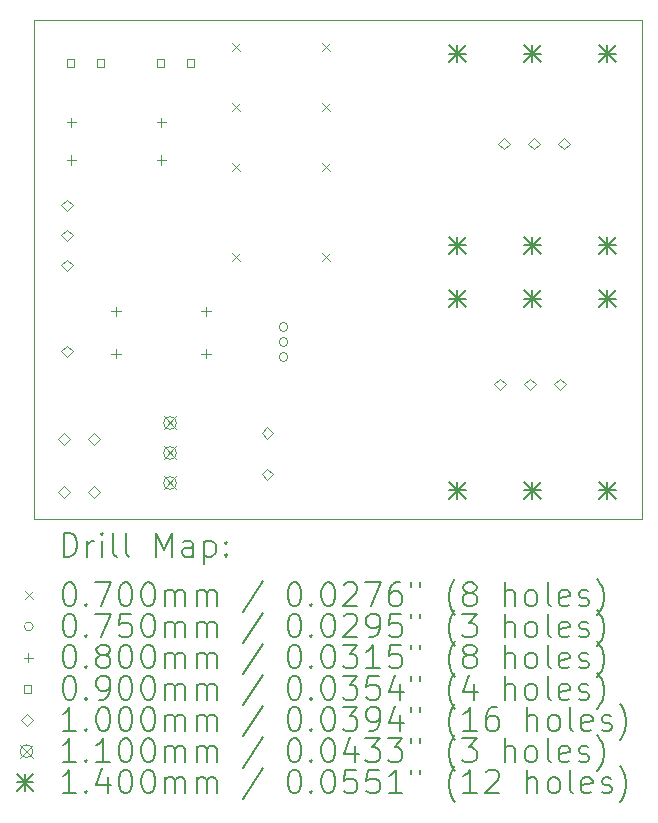
<source format=gbr>
%TF.GenerationSoftware,KiCad,Pcbnew,7.0.9*%
%TF.CreationDate,2024-06-08T14:41:19-04:00*%
%TF.ProjectId,IO,494f2e6b-6963-4616-945f-706362585858,rev?*%
%TF.SameCoordinates,Original*%
%TF.FileFunction,Drillmap*%
%TF.FilePolarity,Positive*%
%FSLAX45Y45*%
G04 Gerber Fmt 4.5, Leading zero omitted, Abs format (unit mm)*
G04 Created by KiCad (PCBNEW 7.0.9) date 2024-06-08 14:41:19*
%MOMM*%
%LPD*%
G01*
G04 APERTURE LIST*
%ADD10C,0.100000*%
%ADD11C,0.200000*%
%ADD12C,0.110000*%
%ADD13C,0.140000*%
G04 APERTURE END LIST*
D10*
X13360000Y-7750000D02*
X18512500Y-7750000D01*
X18512500Y-11980000D01*
X13360000Y-11980000D01*
X13360000Y-7750000D01*
X13750000Y-7750000D02*
X18512500Y-7750000D01*
D11*
D10*
X15039250Y-7947750D02*
X15109250Y-8017750D01*
X15109250Y-7947750D02*
X15039250Y-8017750D01*
X15039250Y-8455750D02*
X15109250Y-8525750D01*
X15109250Y-8455750D02*
X15039250Y-8525750D01*
X15039250Y-8963750D02*
X15109250Y-9033750D01*
X15109250Y-8963750D02*
X15039250Y-9033750D01*
X15039250Y-9725750D02*
X15109250Y-9795750D01*
X15109250Y-9725750D02*
X15039250Y-9795750D01*
X15801250Y-7947750D02*
X15871250Y-8017750D01*
X15871250Y-7947750D02*
X15801250Y-8017750D01*
X15801250Y-8455750D02*
X15871250Y-8525750D01*
X15871250Y-8455750D02*
X15801250Y-8525750D01*
X15801250Y-8963750D02*
X15871250Y-9033750D01*
X15871250Y-8963750D02*
X15801250Y-9033750D01*
X15801250Y-9725750D02*
X15871250Y-9795750D01*
X15871250Y-9725750D02*
X15801250Y-9795750D01*
X15513500Y-10353000D02*
G75*
G03*
X15513500Y-10353000I-37500J0D01*
G01*
X15513500Y-10480000D02*
G75*
G03*
X15513500Y-10480000I-37500J0D01*
G01*
X15513500Y-10607000D02*
G75*
G03*
X15513500Y-10607000I-37500J0D01*
G01*
X13679000Y-8580000D02*
X13679000Y-8660000D01*
X13639000Y-8620000D02*
X13719000Y-8620000D01*
X13679000Y-8900000D02*
X13679000Y-8980000D01*
X13639000Y-8940000D02*
X13719000Y-8940000D01*
X14059000Y-10180000D02*
X14059000Y-10260000D01*
X14019000Y-10220000D02*
X14099000Y-10220000D01*
X14059000Y-10540000D02*
X14059000Y-10620000D01*
X14019000Y-10580000D02*
X14099000Y-10580000D01*
X14441000Y-8580000D02*
X14441000Y-8660000D01*
X14401000Y-8620000D02*
X14481000Y-8620000D01*
X14441000Y-8900000D02*
X14441000Y-8980000D01*
X14401000Y-8940000D02*
X14481000Y-8940000D01*
X14821000Y-10180000D02*
X14821000Y-10260000D01*
X14781000Y-10220000D02*
X14861000Y-10220000D01*
X14821000Y-10540000D02*
X14821000Y-10620000D01*
X14781000Y-10580000D02*
X14861000Y-10580000D01*
X13704320Y-8151820D02*
X13704320Y-8088180D01*
X13640680Y-8088180D01*
X13640680Y-8151820D01*
X13704320Y-8151820D01*
X13958320Y-8151820D02*
X13958320Y-8088180D01*
X13894680Y-8088180D01*
X13894680Y-8151820D01*
X13958320Y-8151820D01*
X14465320Y-8151820D02*
X14465320Y-8088180D01*
X14401680Y-8088180D01*
X14401680Y-8151820D01*
X14465320Y-8151820D01*
X14719320Y-8151820D02*
X14719320Y-8088180D01*
X14655680Y-8088180D01*
X14655680Y-8151820D01*
X14719320Y-8151820D01*
X13620000Y-11350000D02*
X13670000Y-11300000D01*
X13620000Y-11250000D01*
X13570000Y-11300000D01*
X13620000Y-11350000D01*
X13620000Y-11800000D02*
X13670000Y-11750000D01*
X13620000Y-11700000D01*
X13570000Y-11750000D01*
X13620000Y-11800000D01*
X13640000Y-9374500D02*
X13690000Y-9324500D01*
X13640000Y-9274500D01*
X13590000Y-9324500D01*
X13640000Y-9374500D01*
X13640000Y-9628500D02*
X13690000Y-9578500D01*
X13640000Y-9528500D01*
X13590000Y-9578500D01*
X13640000Y-9628500D01*
X13640000Y-9882500D02*
X13690000Y-9832500D01*
X13640000Y-9782500D01*
X13590000Y-9832500D01*
X13640000Y-9882500D01*
X13640000Y-10610000D02*
X13690000Y-10560000D01*
X13640000Y-10510000D01*
X13590000Y-10560000D01*
X13640000Y-10610000D01*
X13874000Y-11350000D02*
X13924000Y-11300000D01*
X13874000Y-11250000D01*
X13824000Y-11300000D01*
X13874000Y-11350000D01*
X13874000Y-11800000D02*
X13924000Y-11750000D01*
X13874000Y-11700000D01*
X13824000Y-11750000D01*
X13874000Y-11800000D01*
X15340000Y-11301768D02*
X15390000Y-11251768D01*
X15340000Y-11201768D01*
X15290000Y-11251768D01*
X15340000Y-11301768D01*
X15340000Y-11651768D02*
X15390000Y-11601768D01*
X15340000Y-11551768D01*
X15290000Y-11601768D01*
X15340000Y-11651768D01*
X17306000Y-10890000D02*
X17356000Y-10840000D01*
X17306000Y-10790000D01*
X17256000Y-10840000D01*
X17306000Y-10890000D01*
X17340000Y-8850000D02*
X17390000Y-8800000D01*
X17340000Y-8750000D01*
X17290000Y-8800000D01*
X17340000Y-8850000D01*
X17560000Y-10890000D02*
X17610000Y-10840000D01*
X17560000Y-10790000D01*
X17510000Y-10840000D01*
X17560000Y-10890000D01*
X17594000Y-8850000D02*
X17644000Y-8800000D01*
X17594000Y-8750000D01*
X17544000Y-8800000D01*
X17594000Y-8850000D01*
X17814000Y-10890000D02*
X17864000Y-10840000D01*
X17814000Y-10790000D01*
X17764000Y-10840000D01*
X17814000Y-10890000D01*
X17848000Y-8850000D02*
X17898000Y-8800000D01*
X17848000Y-8750000D01*
X17798000Y-8800000D01*
X17848000Y-8850000D01*
D12*
X14459500Y-11111000D02*
X14569500Y-11221000D01*
X14569500Y-11111000D02*
X14459500Y-11221000D01*
X14569500Y-11166000D02*
G75*
G03*
X14569500Y-11166000I-55000J0D01*
G01*
X14459500Y-11365000D02*
X14569500Y-11475000D01*
X14569500Y-11365000D02*
X14459500Y-11475000D01*
X14569500Y-11420000D02*
G75*
G03*
X14569500Y-11420000I-55000J0D01*
G01*
X14459500Y-11619000D02*
X14569500Y-11729000D01*
X14569500Y-11619000D02*
X14459500Y-11729000D01*
X14569500Y-11674000D02*
G75*
G03*
X14569500Y-11674000I-55000J0D01*
G01*
D13*
X16877500Y-7968500D02*
X17017500Y-8108500D01*
X17017500Y-7968500D02*
X16877500Y-8108500D01*
X16947500Y-7968500D02*
X16947500Y-8108500D01*
X16877500Y-8038500D02*
X17017500Y-8038500D01*
X16877500Y-9591500D02*
X17017500Y-9731500D01*
X17017500Y-9591500D02*
X16877500Y-9731500D01*
X16947500Y-9591500D02*
X16947500Y-9731500D01*
X16877500Y-9661500D02*
X17017500Y-9661500D01*
X16877500Y-10043500D02*
X17017500Y-10183500D01*
X17017500Y-10043500D02*
X16877500Y-10183500D01*
X16947500Y-10043500D02*
X16947500Y-10183500D01*
X16877500Y-10113500D02*
X17017500Y-10113500D01*
X16877500Y-11666500D02*
X17017500Y-11806500D01*
X17017500Y-11666500D02*
X16877500Y-11806500D01*
X16947500Y-11666500D02*
X16947500Y-11806500D01*
X16877500Y-11736500D02*
X17017500Y-11736500D01*
X17512500Y-7968500D02*
X17652500Y-8108500D01*
X17652500Y-7968500D02*
X17512500Y-8108500D01*
X17582500Y-7968500D02*
X17582500Y-8108500D01*
X17512500Y-8038500D02*
X17652500Y-8038500D01*
X17512500Y-9591500D02*
X17652500Y-9731500D01*
X17652500Y-9591500D02*
X17512500Y-9731500D01*
X17582500Y-9591500D02*
X17582500Y-9731500D01*
X17512500Y-9661500D02*
X17652500Y-9661500D01*
X17512500Y-10043500D02*
X17652500Y-10183500D01*
X17652500Y-10043500D02*
X17512500Y-10183500D01*
X17582500Y-10043500D02*
X17582500Y-10183500D01*
X17512500Y-10113500D02*
X17652500Y-10113500D01*
X17512500Y-11666500D02*
X17652500Y-11806500D01*
X17652500Y-11666500D02*
X17512500Y-11806500D01*
X17582500Y-11666500D02*
X17582500Y-11806500D01*
X17512500Y-11736500D02*
X17652500Y-11736500D01*
X18147500Y-7968500D02*
X18287500Y-8108500D01*
X18287500Y-7968500D02*
X18147500Y-8108500D01*
X18217500Y-7968500D02*
X18217500Y-8108500D01*
X18147500Y-8038500D02*
X18287500Y-8038500D01*
X18147500Y-9591500D02*
X18287500Y-9731500D01*
X18287500Y-9591500D02*
X18147500Y-9731500D01*
X18217500Y-9591500D02*
X18217500Y-9731500D01*
X18147500Y-9661500D02*
X18287500Y-9661500D01*
X18147500Y-10043500D02*
X18287500Y-10183500D01*
X18287500Y-10043500D02*
X18147500Y-10183500D01*
X18217500Y-10043500D02*
X18217500Y-10183500D01*
X18147500Y-10113500D02*
X18287500Y-10113500D01*
X18147500Y-11666500D02*
X18287500Y-11806500D01*
X18287500Y-11666500D02*
X18147500Y-11806500D01*
X18217500Y-11666500D02*
X18217500Y-11806500D01*
X18147500Y-11736500D02*
X18287500Y-11736500D01*
D11*
X13615777Y-12296484D02*
X13615777Y-12096484D01*
X13615777Y-12096484D02*
X13663396Y-12096484D01*
X13663396Y-12096484D02*
X13691967Y-12106008D01*
X13691967Y-12106008D02*
X13711015Y-12125055D01*
X13711015Y-12125055D02*
X13720539Y-12144103D01*
X13720539Y-12144103D02*
X13730062Y-12182198D01*
X13730062Y-12182198D02*
X13730062Y-12210769D01*
X13730062Y-12210769D02*
X13720539Y-12248865D01*
X13720539Y-12248865D02*
X13711015Y-12267912D01*
X13711015Y-12267912D02*
X13691967Y-12286960D01*
X13691967Y-12286960D02*
X13663396Y-12296484D01*
X13663396Y-12296484D02*
X13615777Y-12296484D01*
X13815777Y-12296484D02*
X13815777Y-12163150D01*
X13815777Y-12201246D02*
X13825301Y-12182198D01*
X13825301Y-12182198D02*
X13834824Y-12172674D01*
X13834824Y-12172674D02*
X13853872Y-12163150D01*
X13853872Y-12163150D02*
X13872920Y-12163150D01*
X13939586Y-12296484D02*
X13939586Y-12163150D01*
X13939586Y-12096484D02*
X13930062Y-12106008D01*
X13930062Y-12106008D02*
X13939586Y-12115531D01*
X13939586Y-12115531D02*
X13949110Y-12106008D01*
X13949110Y-12106008D02*
X13939586Y-12096484D01*
X13939586Y-12096484D02*
X13939586Y-12115531D01*
X14063396Y-12296484D02*
X14044348Y-12286960D01*
X14044348Y-12286960D02*
X14034824Y-12267912D01*
X14034824Y-12267912D02*
X14034824Y-12096484D01*
X14168158Y-12296484D02*
X14149110Y-12286960D01*
X14149110Y-12286960D02*
X14139586Y-12267912D01*
X14139586Y-12267912D02*
X14139586Y-12096484D01*
X14396729Y-12296484D02*
X14396729Y-12096484D01*
X14396729Y-12096484D02*
X14463396Y-12239341D01*
X14463396Y-12239341D02*
X14530062Y-12096484D01*
X14530062Y-12096484D02*
X14530062Y-12296484D01*
X14711015Y-12296484D02*
X14711015Y-12191722D01*
X14711015Y-12191722D02*
X14701491Y-12172674D01*
X14701491Y-12172674D02*
X14682443Y-12163150D01*
X14682443Y-12163150D02*
X14644348Y-12163150D01*
X14644348Y-12163150D02*
X14625301Y-12172674D01*
X14711015Y-12286960D02*
X14691967Y-12296484D01*
X14691967Y-12296484D02*
X14644348Y-12296484D01*
X14644348Y-12296484D02*
X14625301Y-12286960D01*
X14625301Y-12286960D02*
X14615777Y-12267912D01*
X14615777Y-12267912D02*
X14615777Y-12248865D01*
X14615777Y-12248865D02*
X14625301Y-12229817D01*
X14625301Y-12229817D02*
X14644348Y-12220293D01*
X14644348Y-12220293D02*
X14691967Y-12220293D01*
X14691967Y-12220293D02*
X14711015Y-12210769D01*
X14806253Y-12163150D02*
X14806253Y-12363150D01*
X14806253Y-12172674D02*
X14825301Y-12163150D01*
X14825301Y-12163150D02*
X14863396Y-12163150D01*
X14863396Y-12163150D02*
X14882443Y-12172674D01*
X14882443Y-12172674D02*
X14891967Y-12182198D01*
X14891967Y-12182198D02*
X14901491Y-12201246D01*
X14901491Y-12201246D02*
X14901491Y-12258388D01*
X14901491Y-12258388D02*
X14891967Y-12277436D01*
X14891967Y-12277436D02*
X14882443Y-12286960D01*
X14882443Y-12286960D02*
X14863396Y-12296484D01*
X14863396Y-12296484D02*
X14825301Y-12296484D01*
X14825301Y-12296484D02*
X14806253Y-12286960D01*
X14987205Y-12277436D02*
X14996729Y-12286960D01*
X14996729Y-12286960D02*
X14987205Y-12296484D01*
X14987205Y-12296484D02*
X14977682Y-12286960D01*
X14977682Y-12286960D02*
X14987205Y-12277436D01*
X14987205Y-12277436D02*
X14987205Y-12296484D01*
X14987205Y-12172674D02*
X14996729Y-12182198D01*
X14996729Y-12182198D02*
X14987205Y-12191722D01*
X14987205Y-12191722D02*
X14977682Y-12182198D01*
X14977682Y-12182198D02*
X14987205Y-12172674D01*
X14987205Y-12172674D02*
X14987205Y-12191722D01*
D10*
X13285000Y-12590000D02*
X13355000Y-12660000D01*
X13355000Y-12590000D02*
X13285000Y-12660000D01*
D11*
X13653872Y-12516484D02*
X13672920Y-12516484D01*
X13672920Y-12516484D02*
X13691967Y-12526008D01*
X13691967Y-12526008D02*
X13701491Y-12535531D01*
X13701491Y-12535531D02*
X13711015Y-12554579D01*
X13711015Y-12554579D02*
X13720539Y-12592674D01*
X13720539Y-12592674D02*
X13720539Y-12640293D01*
X13720539Y-12640293D02*
X13711015Y-12678388D01*
X13711015Y-12678388D02*
X13701491Y-12697436D01*
X13701491Y-12697436D02*
X13691967Y-12706960D01*
X13691967Y-12706960D02*
X13672920Y-12716484D01*
X13672920Y-12716484D02*
X13653872Y-12716484D01*
X13653872Y-12716484D02*
X13634824Y-12706960D01*
X13634824Y-12706960D02*
X13625301Y-12697436D01*
X13625301Y-12697436D02*
X13615777Y-12678388D01*
X13615777Y-12678388D02*
X13606253Y-12640293D01*
X13606253Y-12640293D02*
X13606253Y-12592674D01*
X13606253Y-12592674D02*
X13615777Y-12554579D01*
X13615777Y-12554579D02*
X13625301Y-12535531D01*
X13625301Y-12535531D02*
X13634824Y-12526008D01*
X13634824Y-12526008D02*
X13653872Y-12516484D01*
X13806253Y-12697436D02*
X13815777Y-12706960D01*
X13815777Y-12706960D02*
X13806253Y-12716484D01*
X13806253Y-12716484D02*
X13796729Y-12706960D01*
X13796729Y-12706960D02*
X13806253Y-12697436D01*
X13806253Y-12697436D02*
X13806253Y-12716484D01*
X13882443Y-12516484D02*
X14015777Y-12516484D01*
X14015777Y-12516484D02*
X13930062Y-12716484D01*
X14130062Y-12516484D02*
X14149110Y-12516484D01*
X14149110Y-12516484D02*
X14168158Y-12526008D01*
X14168158Y-12526008D02*
X14177682Y-12535531D01*
X14177682Y-12535531D02*
X14187205Y-12554579D01*
X14187205Y-12554579D02*
X14196729Y-12592674D01*
X14196729Y-12592674D02*
X14196729Y-12640293D01*
X14196729Y-12640293D02*
X14187205Y-12678388D01*
X14187205Y-12678388D02*
X14177682Y-12697436D01*
X14177682Y-12697436D02*
X14168158Y-12706960D01*
X14168158Y-12706960D02*
X14149110Y-12716484D01*
X14149110Y-12716484D02*
X14130062Y-12716484D01*
X14130062Y-12716484D02*
X14111015Y-12706960D01*
X14111015Y-12706960D02*
X14101491Y-12697436D01*
X14101491Y-12697436D02*
X14091967Y-12678388D01*
X14091967Y-12678388D02*
X14082443Y-12640293D01*
X14082443Y-12640293D02*
X14082443Y-12592674D01*
X14082443Y-12592674D02*
X14091967Y-12554579D01*
X14091967Y-12554579D02*
X14101491Y-12535531D01*
X14101491Y-12535531D02*
X14111015Y-12526008D01*
X14111015Y-12526008D02*
X14130062Y-12516484D01*
X14320539Y-12516484D02*
X14339586Y-12516484D01*
X14339586Y-12516484D02*
X14358634Y-12526008D01*
X14358634Y-12526008D02*
X14368158Y-12535531D01*
X14368158Y-12535531D02*
X14377682Y-12554579D01*
X14377682Y-12554579D02*
X14387205Y-12592674D01*
X14387205Y-12592674D02*
X14387205Y-12640293D01*
X14387205Y-12640293D02*
X14377682Y-12678388D01*
X14377682Y-12678388D02*
X14368158Y-12697436D01*
X14368158Y-12697436D02*
X14358634Y-12706960D01*
X14358634Y-12706960D02*
X14339586Y-12716484D01*
X14339586Y-12716484D02*
X14320539Y-12716484D01*
X14320539Y-12716484D02*
X14301491Y-12706960D01*
X14301491Y-12706960D02*
X14291967Y-12697436D01*
X14291967Y-12697436D02*
X14282443Y-12678388D01*
X14282443Y-12678388D02*
X14272920Y-12640293D01*
X14272920Y-12640293D02*
X14272920Y-12592674D01*
X14272920Y-12592674D02*
X14282443Y-12554579D01*
X14282443Y-12554579D02*
X14291967Y-12535531D01*
X14291967Y-12535531D02*
X14301491Y-12526008D01*
X14301491Y-12526008D02*
X14320539Y-12516484D01*
X14472920Y-12716484D02*
X14472920Y-12583150D01*
X14472920Y-12602198D02*
X14482443Y-12592674D01*
X14482443Y-12592674D02*
X14501491Y-12583150D01*
X14501491Y-12583150D02*
X14530063Y-12583150D01*
X14530063Y-12583150D02*
X14549110Y-12592674D01*
X14549110Y-12592674D02*
X14558634Y-12611722D01*
X14558634Y-12611722D02*
X14558634Y-12716484D01*
X14558634Y-12611722D02*
X14568158Y-12592674D01*
X14568158Y-12592674D02*
X14587205Y-12583150D01*
X14587205Y-12583150D02*
X14615777Y-12583150D01*
X14615777Y-12583150D02*
X14634824Y-12592674D01*
X14634824Y-12592674D02*
X14644348Y-12611722D01*
X14644348Y-12611722D02*
X14644348Y-12716484D01*
X14739586Y-12716484D02*
X14739586Y-12583150D01*
X14739586Y-12602198D02*
X14749110Y-12592674D01*
X14749110Y-12592674D02*
X14768158Y-12583150D01*
X14768158Y-12583150D02*
X14796729Y-12583150D01*
X14796729Y-12583150D02*
X14815777Y-12592674D01*
X14815777Y-12592674D02*
X14825301Y-12611722D01*
X14825301Y-12611722D02*
X14825301Y-12716484D01*
X14825301Y-12611722D02*
X14834824Y-12592674D01*
X14834824Y-12592674D02*
X14853872Y-12583150D01*
X14853872Y-12583150D02*
X14882443Y-12583150D01*
X14882443Y-12583150D02*
X14901491Y-12592674D01*
X14901491Y-12592674D02*
X14911015Y-12611722D01*
X14911015Y-12611722D02*
X14911015Y-12716484D01*
X15301491Y-12506960D02*
X15130063Y-12764103D01*
X15558634Y-12516484D02*
X15577682Y-12516484D01*
X15577682Y-12516484D02*
X15596729Y-12526008D01*
X15596729Y-12526008D02*
X15606253Y-12535531D01*
X15606253Y-12535531D02*
X15615777Y-12554579D01*
X15615777Y-12554579D02*
X15625301Y-12592674D01*
X15625301Y-12592674D02*
X15625301Y-12640293D01*
X15625301Y-12640293D02*
X15615777Y-12678388D01*
X15615777Y-12678388D02*
X15606253Y-12697436D01*
X15606253Y-12697436D02*
X15596729Y-12706960D01*
X15596729Y-12706960D02*
X15577682Y-12716484D01*
X15577682Y-12716484D02*
X15558634Y-12716484D01*
X15558634Y-12716484D02*
X15539586Y-12706960D01*
X15539586Y-12706960D02*
X15530063Y-12697436D01*
X15530063Y-12697436D02*
X15520539Y-12678388D01*
X15520539Y-12678388D02*
X15511015Y-12640293D01*
X15511015Y-12640293D02*
X15511015Y-12592674D01*
X15511015Y-12592674D02*
X15520539Y-12554579D01*
X15520539Y-12554579D02*
X15530063Y-12535531D01*
X15530063Y-12535531D02*
X15539586Y-12526008D01*
X15539586Y-12526008D02*
X15558634Y-12516484D01*
X15711015Y-12697436D02*
X15720539Y-12706960D01*
X15720539Y-12706960D02*
X15711015Y-12716484D01*
X15711015Y-12716484D02*
X15701491Y-12706960D01*
X15701491Y-12706960D02*
X15711015Y-12697436D01*
X15711015Y-12697436D02*
X15711015Y-12716484D01*
X15844348Y-12516484D02*
X15863396Y-12516484D01*
X15863396Y-12516484D02*
X15882444Y-12526008D01*
X15882444Y-12526008D02*
X15891967Y-12535531D01*
X15891967Y-12535531D02*
X15901491Y-12554579D01*
X15901491Y-12554579D02*
X15911015Y-12592674D01*
X15911015Y-12592674D02*
X15911015Y-12640293D01*
X15911015Y-12640293D02*
X15901491Y-12678388D01*
X15901491Y-12678388D02*
X15891967Y-12697436D01*
X15891967Y-12697436D02*
X15882444Y-12706960D01*
X15882444Y-12706960D02*
X15863396Y-12716484D01*
X15863396Y-12716484D02*
X15844348Y-12716484D01*
X15844348Y-12716484D02*
X15825301Y-12706960D01*
X15825301Y-12706960D02*
X15815777Y-12697436D01*
X15815777Y-12697436D02*
X15806253Y-12678388D01*
X15806253Y-12678388D02*
X15796729Y-12640293D01*
X15796729Y-12640293D02*
X15796729Y-12592674D01*
X15796729Y-12592674D02*
X15806253Y-12554579D01*
X15806253Y-12554579D02*
X15815777Y-12535531D01*
X15815777Y-12535531D02*
X15825301Y-12526008D01*
X15825301Y-12526008D02*
X15844348Y-12516484D01*
X15987206Y-12535531D02*
X15996729Y-12526008D01*
X15996729Y-12526008D02*
X16015777Y-12516484D01*
X16015777Y-12516484D02*
X16063396Y-12516484D01*
X16063396Y-12516484D02*
X16082444Y-12526008D01*
X16082444Y-12526008D02*
X16091967Y-12535531D01*
X16091967Y-12535531D02*
X16101491Y-12554579D01*
X16101491Y-12554579D02*
X16101491Y-12573627D01*
X16101491Y-12573627D02*
X16091967Y-12602198D01*
X16091967Y-12602198D02*
X15977682Y-12716484D01*
X15977682Y-12716484D02*
X16101491Y-12716484D01*
X16168158Y-12516484D02*
X16301491Y-12516484D01*
X16301491Y-12516484D02*
X16215777Y-12716484D01*
X16463396Y-12516484D02*
X16425301Y-12516484D01*
X16425301Y-12516484D02*
X16406253Y-12526008D01*
X16406253Y-12526008D02*
X16396729Y-12535531D01*
X16396729Y-12535531D02*
X16377682Y-12564103D01*
X16377682Y-12564103D02*
X16368158Y-12602198D01*
X16368158Y-12602198D02*
X16368158Y-12678388D01*
X16368158Y-12678388D02*
X16377682Y-12697436D01*
X16377682Y-12697436D02*
X16387206Y-12706960D01*
X16387206Y-12706960D02*
X16406253Y-12716484D01*
X16406253Y-12716484D02*
X16444348Y-12716484D01*
X16444348Y-12716484D02*
X16463396Y-12706960D01*
X16463396Y-12706960D02*
X16472920Y-12697436D01*
X16472920Y-12697436D02*
X16482444Y-12678388D01*
X16482444Y-12678388D02*
X16482444Y-12630769D01*
X16482444Y-12630769D02*
X16472920Y-12611722D01*
X16472920Y-12611722D02*
X16463396Y-12602198D01*
X16463396Y-12602198D02*
X16444348Y-12592674D01*
X16444348Y-12592674D02*
X16406253Y-12592674D01*
X16406253Y-12592674D02*
X16387206Y-12602198D01*
X16387206Y-12602198D02*
X16377682Y-12611722D01*
X16377682Y-12611722D02*
X16368158Y-12630769D01*
X16558634Y-12516484D02*
X16558634Y-12554579D01*
X16634825Y-12516484D02*
X16634825Y-12554579D01*
X16930063Y-12792674D02*
X16920539Y-12783150D01*
X16920539Y-12783150D02*
X16901491Y-12754579D01*
X16901491Y-12754579D02*
X16891968Y-12735531D01*
X16891968Y-12735531D02*
X16882444Y-12706960D01*
X16882444Y-12706960D02*
X16872920Y-12659341D01*
X16872920Y-12659341D02*
X16872920Y-12621246D01*
X16872920Y-12621246D02*
X16882444Y-12573627D01*
X16882444Y-12573627D02*
X16891968Y-12545055D01*
X16891968Y-12545055D02*
X16901491Y-12526008D01*
X16901491Y-12526008D02*
X16920539Y-12497436D01*
X16920539Y-12497436D02*
X16930063Y-12487912D01*
X17034825Y-12602198D02*
X17015777Y-12592674D01*
X17015777Y-12592674D02*
X17006253Y-12583150D01*
X17006253Y-12583150D02*
X16996730Y-12564103D01*
X16996730Y-12564103D02*
X16996730Y-12554579D01*
X16996730Y-12554579D02*
X17006253Y-12535531D01*
X17006253Y-12535531D02*
X17015777Y-12526008D01*
X17015777Y-12526008D02*
X17034825Y-12516484D01*
X17034825Y-12516484D02*
X17072920Y-12516484D01*
X17072920Y-12516484D02*
X17091968Y-12526008D01*
X17091968Y-12526008D02*
X17101491Y-12535531D01*
X17101491Y-12535531D02*
X17111015Y-12554579D01*
X17111015Y-12554579D02*
X17111015Y-12564103D01*
X17111015Y-12564103D02*
X17101491Y-12583150D01*
X17101491Y-12583150D02*
X17091968Y-12592674D01*
X17091968Y-12592674D02*
X17072920Y-12602198D01*
X17072920Y-12602198D02*
X17034825Y-12602198D01*
X17034825Y-12602198D02*
X17015777Y-12611722D01*
X17015777Y-12611722D02*
X17006253Y-12621246D01*
X17006253Y-12621246D02*
X16996730Y-12640293D01*
X16996730Y-12640293D02*
X16996730Y-12678388D01*
X16996730Y-12678388D02*
X17006253Y-12697436D01*
X17006253Y-12697436D02*
X17015777Y-12706960D01*
X17015777Y-12706960D02*
X17034825Y-12716484D01*
X17034825Y-12716484D02*
X17072920Y-12716484D01*
X17072920Y-12716484D02*
X17091968Y-12706960D01*
X17091968Y-12706960D02*
X17101491Y-12697436D01*
X17101491Y-12697436D02*
X17111015Y-12678388D01*
X17111015Y-12678388D02*
X17111015Y-12640293D01*
X17111015Y-12640293D02*
X17101491Y-12621246D01*
X17101491Y-12621246D02*
X17091968Y-12611722D01*
X17091968Y-12611722D02*
X17072920Y-12602198D01*
X17349111Y-12716484D02*
X17349111Y-12516484D01*
X17434825Y-12716484D02*
X17434825Y-12611722D01*
X17434825Y-12611722D02*
X17425301Y-12592674D01*
X17425301Y-12592674D02*
X17406253Y-12583150D01*
X17406253Y-12583150D02*
X17377682Y-12583150D01*
X17377682Y-12583150D02*
X17358634Y-12592674D01*
X17358634Y-12592674D02*
X17349111Y-12602198D01*
X17558634Y-12716484D02*
X17539587Y-12706960D01*
X17539587Y-12706960D02*
X17530063Y-12697436D01*
X17530063Y-12697436D02*
X17520539Y-12678388D01*
X17520539Y-12678388D02*
X17520539Y-12621246D01*
X17520539Y-12621246D02*
X17530063Y-12602198D01*
X17530063Y-12602198D02*
X17539587Y-12592674D01*
X17539587Y-12592674D02*
X17558634Y-12583150D01*
X17558634Y-12583150D02*
X17587206Y-12583150D01*
X17587206Y-12583150D02*
X17606253Y-12592674D01*
X17606253Y-12592674D02*
X17615777Y-12602198D01*
X17615777Y-12602198D02*
X17625301Y-12621246D01*
X17625301Y-12621246D02*
X17625301Y-12678388D01*
X17625301Y-12678388D02*
X17615777Y-12697436D01*
X17615777Y-12697436D02*
X17606253Y-12706960D01*
X17606253Y-12706960D02*
X17587206Y-12716484D01*
X17587206Y-12716484D02*
X17558634Y-12716484D01*
X17739587Y-12716484D02*
X17720539Y-12706960D01*
X17720539Y-12706960D02*
X17711015Y-12687912D01*
X17711015Y-12687912D02*
X17711015Y-12516484D01*
X17891968Y-12706960D02*
X17872920Y-12716484D01*
X17872920Y-12716484D02*
X17834825Y-12716484D01*
X17834825Y-12716484D02*
X17815777Y-12706960D01*
X17815777Y-12706960D02*
X17806253Y-12687912D01*
X17806253Y-12687912D02*
X17806253Y-12611722D01*
X17806253Y-12611722D02*
X17815777Y-12592674D01*
X17815777Y-12592674D02*
X17834825Y-12583150D01*
X17834825Y-12583150D02*
X17872920Y-12583150D01*
X17872920Y-12583150D02*
X17891968Y-12592674D01*
X17891968Y-12592674D02*
X17901492Y-12611722D01*
X17901492Y-12611722D02*
X17901492Y-12630769D01*
X17901492Y-12630769D02*
X17806253Y-12649817D01*
X17977682Y-12706960D02*
X17996730Y-12716484D01*
X17996730Y-12716484D02*
X18034825Y-12716484D01*
X18034825Y-12716484D02*
X18053873Y-12706960D01*
X18053873Y-12706960D02*
X18063396Y-12687912D01*
X18063396Y-12687912D02*
X18063396Y-12678388D01*
X18063396Y-12678388D02*
X18053873Y-12659341D01*
X18053873Y-12659341D02*
X18034825Y-12649817D01*
X18034825Y-12649817D02*
X18006253Y-12649817D01*
X18006253Y-12649817D02*
X17987206Y-12640293D01*
X17987206Y-12640293D02*
X17977682Y-12621246D01*
X17977682Y-12621246D02*
X17977682Y-12611722D01*
X17977682Y-12611722D02*
X17987206Y-12592674D01*
X17987206Y-12592674D02*
X18006253Y-12583150D01*
X18006253Y-12583150D02*
X18034825Y-12583150D01*
X18034825Y-12583150D02*
X18053873Y-12592674D01*
X18130063Y-12792674D02*
X18139587Y-12783150D01*
X18139587Y-12783150D02*
X18158634Y-12754579D01*
X18158634Y-12754579D02*
X18168158Y-12735531D01*
X18168158Y-12735531D02*
X18177682Y-12706960D01*
X18177682Y-12706960D02*
X18187206Y-12659341D01*
X18187206Y-12659341D02*
X18187206Y-12621246D01*
X18187206Y-12621246D02*
X18177682Y-12573627D01*
X18177682Y-12573627D02*
X18168158Y-12545055D01*
X18168158Y-12545055D02*
X18158634Y-12526008D01*
X18158634Y-12526008D02*
X18139587Y-12497436D01*
X18139587Y-12497436D02*
X18130063Y-12487912D01*
D10*
X13355000Y-12889000D02*
G75*
G03*
X13355000Y-12889000I-37500J0D01*
G01*
D11*
X13653872Y-12780484D02*
X13672920Y-12780484D01*
X13672920Y-12780484D02*
X13691967Y-12790008D01*
X13691967Y-12790008D02*
X13701491Y-12799531D01*
X13701491Y-12799531D02*
X13711015Y-12818579D01*
X13711015Y-12818579D02*
X13720539Y-12856674D01*
X13720539Y-12856674D02*
X13720539Y-12904293D01*
X13720539Y-12904293D02*
X13711015Y-12942388D01*
X13711015Y-12942388D02*
X13701491Y-12961436D01*
X13701491Y-12961436D02*
X13691967Y-12970960D01*
X13691967Y-12970960D02*
X13672920Y-12980484D01*
X13672920Y-12980484D02*
X13653872Y-12980484D01*
X13653872Y-12980484D02*
X13634824Y-12970960D01*
X13634824Y-12970960D02*
X13625301Y-12961436D01*
X13625301Y-12961436D02*
X13615777Y-12942388D01*
X13615777Y-12942388D02*
X13606253Y-12904293D01*
X13606253Y-12904293D02*
X13606253Y-12856674D01*
X13606253Y-12856674D02*
X13615777Y-12818579D01*
X13615777Y-12818579D02*
X13625301Y-12799531D01*
X13625301Y-12799531D02*
X13634824Y-12790008D01*
X13634824Y-12790008D02*
X13653872Y-12780484D01*
X13806253Y-12961436D02*
X13815777Y-12970960D01*
X13815777Y-12970960D02*
X13806253Y-12980484D01*
X13806253Y-12980484D02*
X13796729Y-12970960D01*
X13796729Y-12970960D02*
X13806253Y-12961436D01*
X13806253Y-12961436D02*
X13806253Y-12980484D01*
X13882443Y-12780484D02*
X14015777Y-12780484D01*
X14015777Y-12780484D02*
X13930062Y-12980484D01*
X14187205Y-12780484D02*
X14091967Y-12780484D01*
X14091967Y-12780484D02*
X14082443Y-12875722D01*
X14082443Y-12875722D02*
X14091967Y-12866198D01*
X14091967Y-12866198D02*
X14111015Y-12856674D01*
X14111015Y-12856674D02*
X14158634Y-12856674D01*
X14158634Y-12856674D02*
X14177682Y-12866198D01*
X14177682Y-12866198D02*
X14187205Y-12875722D01*
X14187205Y-12875722D02*
X14196729Y-12894769D01*
X14196729Y-12894769D02*
X14196729Y-12942388D01*
X14196729Y-12942388D02*
X14187205Y-12961436D01*
X14187205Y-12961436D02*
X14177682Y-12970960D01*
X14177682Y-12970960D02*
X14158634Y-12980484D01*
X14158634Y-12980484D02*
X14111015Y-12980484D01*
X14111015Y-12980484D02*
X14091967Y-12970960D01*
X14091967Y-12970960D02*
X14082443Y-12961436D01*
X14320539Y-12780484D02*
X14339586Y-12780484D01*
X14339586Y-12780484D02*
X14358634Y-12790008D01*
X14358634Y-12790008D02*
X14368158Y-12799531D01*
X14368158Y-12799531D02*
X14377682Y-12818579D01*
X14377682Y-12818579D02*
X14387205Y-12856674D01*
X14387205Y-12856674D02*
X14387205Y-12904293D01*
X14387205Y-12904293D02*
X14377682Y-12942388D01*
X14377682Y-12942388D02*
X14368158Y-12961436D01*
X14368158Y-12961436D02*
X14358634Y-12970960D01*
X14358634Y-12970960D02*
X14339586Y-12980484D01*
X14339586Y-12980484D02*
X14320539Y-12980484D01*
X14320539Y-12980484D02*
X14301491Y-12970960D01*
X14301491Y-12970960D02*
X14291967Y-12961436D01*
X14291967Y-12961436D02*
X14282443Y-12942388D01*
X14282443Y-12942388D02*
X14272920Y-12904293D01*
X14272920Y-12904293D02*
X14272920Y-12856674D01*
X14272920Y-12856674D02*
X14282443Y-12818579D01*
X14282443Y-12818579D02*
X14291967Y-12799531D01*
X14291967Y-12799531D02*
X14301491Y-12790008D01*
X14301491Y-12790008D02*
X14320539Y-12780484D01*
X14472920Y-12980484D02*
X14472920Y-12847150D01*
X14472920Y-12866198D02*
X14482443Y-12856674D01*
X14482443Y-12856674D02*
X14501491Y-12847150D01*
X14501491Y-12847150D02*
X14530063Y-12847150D01*
X14530063Y-12847150D02*
X14549110Y-12856674D01*
X14549110Y-12856674D02*
X14558634Y-12875722D01*
X14558634Y-12875722D02*
X14558634Y-12980484D01*
X14558634Y-12875722D02*
X14568158Y-12856674D01*
X14568158Y-12856674D02*
X14587205Y-12847150D01*
X14587205Y-12847150D02*
X14615777Y-12847150D01*
X14615777Y-12847150D02*
X14634824Y-12856674D01*
X14634824Y-12856674D02*
X14644348Y-12875722D01*
X14644348Y-12875722D02*
X14644348Y-12980484D01*
X14739586Y-12980484D02*
X14739586Y-12847150D01*
X14739586Y-12866198D02*
X14749110Y-12856674D01*
X14749110Y-12856674D02*
X14768158Y-12847150D01*
X14768158Y-12847150D02*
X14796729Y-12847150D01*
X14796729Y-12847150D02*
X14815777Y-12856674D01*
X14815777Y-12856674D02*
X14825301Y-12875722D01*
X14825301Y-12875722D02*
X14825301Y-12980484D01*
X14825301Y-12875722D02*
X14834824Y-12856674D01*
X14834824Y-12856674D02*
X14853872Y-12847150D01*
X14853872Y-12847150D02*
X14882443Y-12847150D01*
X14882443Y-12847150D02*
X14901491Y-12856674D01*
X14901491Y-12856674D02*
X14911015Y-12875722D01*
X14911015Y-12875722D02*
X14911015Y-12980484D01*
X15301491Y-12770960D02*
X15130063Y-13028103D01*
X15558634Y-12780484D02*
X15577682Y-12780484D01*
X15577682Y-12780484D02*
X15596729Y-12790008D01*
X15596729Y-12790008D02*
X15606253Y-12799531D01*
X15606253Y-12799531D02*
X15615777Y-12818579D01*
X15615777Y-12818579D02*
X15625301Y-12856674D01*
X15625301Y-12856674D02*
X15625301Y-12904293D01*
X15625301Y-12904293D02*
X15615777Y-12942388D01*
X15615777Y-12942388D02*
X15606253Y-12961436D01*
X15606253Y-12961436D02*
X15596729Y-12970960D01*
X15596729Y-12970960D02*
X15577682Y-12980484D01*
X15577682Y-12980484D02*
X15558634Y-12980484D01*
X15558634Y-12980484D02*
X15539586Y-12970960D01*
X15539586Y-12970960D02*
X15530063Y-12961436D01*
X15530063Y-12961436D02*
X15520539Y-12942388D01*
X15520539Y-12942388D02*
X15511015Y-12904293D01*
X15511015Y-12904293D02*
X15511015Y-12856674D01*
X15511015Y-12856674D02*
X15520539Y-12818579D01*
X15520539Y-12818579D02*
X15530063Y-12799531D01*
X15530063Y-12799531D02*
X15539586Y-12790008D01*
X15539586Y-12790008D02*
X15558634Y-12780484D01*
X15711015Y-12961436D02*
X15720539Y-12970960D01*
X15720539Y-12970960D02*
X15711015Y-12980484D01*
X15711015Y-12980484D02*
X15701491Y-12970960D01*
X15701491Y-12970960D02*
X15711015Y-12961436D01*
X15711015Y-12961436D02*
X15711015Y-12980484D01*
X15844348Y-12780484D02*
X15863396Y-12780484D01*
X15863396Y-12780484D02*
X15882444Y-12790008D01*
X15882444Y-12790008D02*
X15891967Y-12799531D01*
X15891967Y-12799531D02*
X15901491Y-12818579D01*
X15901491Y-12818579D02*
X15911015Y-12856674D01*
X15911015Y-12856674D02*
X15911015Y-12904293D01*
X15911015Y-12904293D02*
X15901491Y-12942388D01*
X15901491Y-12942388D02*
X15891967Y-12961436D01*
X15891967Y-12961436D02*
X15882444Y-12970960D01*
X15882444Y-12970960D02*
X15863396Y-12980484D01*
X15863396Y-12980484D02*
X15844348Y-12980484D01*
X15844348Y-12980484D02*
X15825301Y-12970960D01*
X15825301Y-12970960D02*
X15815777Y-12961436D01*
X15815777Y-12961436D02*
X15806253Y-12942388D01*
X15806253Y-12942388D02*
X15796729Y-12904293D01*
X15796729Y-12904293D02*
X15796729Y-12856674D01*
X15796729Y-12856674D02*
X15806253Y-12818579D01*
X15806253Y-12818579D02*
X15815777Y-12799531D01*
X15815777Y-12799531D02*
X15825301Y-12790008D01*
X15825301Y-12790008D02*
X15844348Y-12780484D01*
X15987206Y-12799531D02*
X15996729Y-12790008D01*
X15996729Y-12790008D02*
X16015777Y-12780484D01*
X16015777Y-12780484D02*
X16063396Y-12780484D01*
X16063396Y-12780484D02*
X16082444Y-12790008D01*
X16082444Y-12790008D02*
X16091967Y-12799531D01*
X16091967Y-12799531D02*
X16101491Y-12818579D01*
X16101491Y-12818579D02*
X16101491Y-12837627D01*
X16101491Y-12837627D02*
X16091967Y-12866198D01*
X16091967Y-12866198D02*
X15977682Y-12980484D01*
X15977682Y-12980484D02*
X16101491Y-12980484D01*
X16196729Y-12980484D02*
X16234825Y-12980484D01*
X16234825Y-12980484D02*
X16253872Y-12970960D01*
X16253872Y-12970960D02*
X16263396Y-12961436D01*
X16263396Y-12961436D02*
X16282444Y-12932865D01*
X16282444Y-12932865D02*
X16291967Y-12894769D01*
X16291967Y-12894769D02*
X16291967Y-12818579D01*
X16291967Y-12818579D02*
X16282444Y-12799531D01*
X16282444Y-12799531D02*
X16272920Y-12790008D01*
X16272920Y-12790008D02*
X16253872Y-12780484D01*
X16253872Y-12780484D02*
X16215777Y-12780484D01*
X16215777Y-12780484D02*
X16196729Y-12790008D01*
X16196729Y-12790008D02*
X16187206Y-12799531D01*
X16187206Y-12799531D02*
X16177682Y-12818579D01*
X16177682Y-12818579D02*
X16177682Y-12866198D01*
X16177682Y-12866198D02*
X16187206Y-12885246D01*
X16187206Y-12885246D02*
X16196729Y-12894769D01*
X16196729Y-12894769D02*
X16215777Y-12904293D01*
X16215777Y-12904293D02*
X16253872Y-12904293D01*
X16253872Y-12904293D02*
X16272920Y-12894769D01*
X16272920Y-12894769D02*
X16282444Y-12885246D01*
X16282444Y-12885246D02*
X16291967Y-12866198D01*
X16472920Y-12780484D02*
X16377682Y-12780484D01*
X16377682Y-12780484D02*
X16368158Y-12875722D01*
X16368158Y-12875722D02*
X16377682Y-12866198D01*
X16377682Y-12866198D02*
X16396729Y-12856674D01*
X16396729Y-12856674D02*
X16444348Y-12856674D01*
X16444348Y-12856674D02*
X16463396Y-12866198D01*
X16463396Y-12866198D02*
X16472920Y-12875722D01*
X16472920Y-12875722D02*
X16482444Y-12894769D01*
X16482444Y-12894769D02*
X16482444Y-12942388D01*
X16482444Y-12942388D02*
X16472920Y-12961436D01*
X16472920Y-12961436D02*
X16463396Y-12970960D01*
X16463396Y-12970960D02*
X16444348Y-12980484D01*
X16444348Y-12980484D02*
X16396729Y-12980484D01*
X16396729Y-12980484D02*
X16377682Y-12970960D01*
X16377682Y-12970960D02*
X16368158Y-12961436D01*
X16558634Y-12780484D02*
X16558634Y-12818579D01*
X16634825Y-12780484D02*
X16634825Y-12818579D01*
X16930063Y-13056674D02*
X16920539Y-13047150D01*
X16920539Y-13047150D02*
X16901491Y-13018579D01*
X16901491Y-13018579D02*
X16891968Y-12999531D01*
X16891968Y-12999531D02*
X16882444Y-12970960D01*
X16882444Y-12970960D02*
X16872920Y-12923341D01*
X16872920Y-12923341D02*
X16872920Y-12885246D01*
X16872920Y-12885246D02*
X16882444Y-12837627D01*
X16882444Y-12837627D02*
X16891968Y-12809055D01*
X16891968Y-12809055D02*
X16901491Y-12790008D01*
X16901491Y-12790008D02*
X16920539Y-12761436D01*
X16920539Y-12761436D02*
X16930063Y-12751912D01*
X16987206Y-12780484D02*
X17111015Y-12780484D01*
X17111015Y-12780484D02*
X17044349Y-12856674D01*
X17044349Y-12856674D02*
X17072920Y-12856674D01*
X17072920Y-12856674D02*
X17091968Y-12866198D01*
X17091968Y-12866198D02*
X17101491Y-12875722D01*
X17101491Y-12875722D02*
X17111015Y-12894769D01*
X17111015Y-12894769D02*
X17111015Y-12942388D01*
X17111015Y-12942388D02*
X17101491Y-12961436D01*
X17101491Y-12961436D02*
X17091968Y-12970960D01*
X17091968Y-12970960D02*
X17072920Y-12980484D01*
X17072920Y-12980484D02*
X17015777Y-12980484D01*
X17015777Y-12980484D02*
X16996730Y-12970960D01*
X16996730Y-12970960D02*
X16987206Y-12961436D01*
X17349111Y-12980484D02*
X17349111Y-12780484D01*
X17434825Y-12980484D02*
X17434825Y-12875722D01*
X17434825Y-12875722D02*
X17425301Y-12856674D01*
X17425301Y-12856674D02*
X17406253Y-12847150D01*
X17406253Y-12847150D02*
X17377682Y-12847150D01*
X17377682Y-12847150D02*
X17358634Y-12856674D01*
X17358634Y-12856674D02*
X17349111Y-12866198D01*
X17558634Y-12980484D02*
X17539587Y-12970960D01*
X17539587Y-12970960D02*
X17530063Y-12961436D01*
X17530063Y-12961436D02*
X17520539Y-12942388D01*
X17520539Y-12942388D02*
X17520539Y-12885246D01*
X17520539Y-12885246D02*
X17530063Y-12866198D01*
X17530063Y-12866198D02*
X17539587Y-12856674D01*
X17539587Y-12856674D02*
X17558634Y-12847150D01*
X17558634Y-12847150D02*
X17587206Y-12847150D01*
X17587206Y-12847150D02*
X17606253Y-12856674D01*
X17606253Y-12856674D02*
X17615777Y-12866198D01*
X17615777Y-12866198D02*
X17625301Y-12885246D01*
X17625301Y-12885246D02*
X17625301Y-12942388D01*
X17625301Y-12942388D02*
X17615777Y-12961436D01*
X17615777Y-12961436D02*
X17606253Y-12970960D01*
X17606253Y-12970960D02*
X17587206Y-12980484D01*
X17587206Y-12980484D02*
X17558634Y-12980484D01*
X17739587Y-12980484D02*
X17720539Y-12970960D01*
X17720539Y-12970960D02*
X17711015Y-12951912D01*
X17711015Y-12951912D02*
X17711015Y-12780484D01*
X17891968Y-12970960D02*
X17872920Y-12980484D01*
X17872920Y-12980484D02*
X17834825Y-12980484D01*
X17834825Y-12980484D02*
X17815777Y-12970960D01*
X17815777Y-12970960D02*
X17806253Y-12951912D01*
X17806253Y-12951912D02*
X17806253Y-12875722D01*
X17806253Y-12875722D02*
X17815777Y-12856674D01*
X17815777Y-12856674D02*
X17834825Y-12847150D01*
X17834825Y-12847150D02*
X17872920Y-12847150D01*
X17872920Y-12847150D02*
X17891968Y-12856674D01*
X17891968Y-12856674D02*
X17901492Y-12875722D01*
X17901492Y-12875722D02*
X17901492Y-12894769D01*
X17901492Y-12894769D02*
X17806253Y-12913817D01*
X17977682Y-12970960D02*
X17996730Y-12980484D01*
X17996730Y-12980484D02*
X18034825Y-12980484D01*
X18034825Y-12980484D02*
X18053873Y-12970960D01*
X18053873Y-12970960D02*
X18063396Y-12951912D01*
X18063396Y-12951912D02*
X18063396Y-12942388D01*
X18063396Y-12942388D02*
X18053873Y-12923341D01*
X18053873Y-12923341D02*
X18034825Y-12913817D01*
X18034825Y-12913817D02*
X18006253Y-12913817D01*
X18006253Y-12913817D02*
X17987206Y-12904293D01*
X17987206Y-12904293D02*
X17977682Y-12885246D01*
X17977682Y-12885246D02*
X17977682Y-12875722D01*
X17977682Y-12875722D02*
X17987206Y-12856674D01*
X17987206Y-12856674D02*
X18006253Y-12847150D01*
X18006253Y-12847150D02*
X18034825Y-12847150D01*
X18034825Y-12847150D02*
X18053873Y-12856674D01*
X18130063Y-13056674D02*
X18139587Y-13047150D01*
X18139587Y-13047150D02*
X18158634Y-13018579D01*
X18158634Y-13018579D02*
X18168158Y-12999531D01*
X18168158Y-12999531D02*
X18177682Y-12970960D01*
X18177682Y-12970960D02*
X18187206Y-12923341D01*
X18187206Y-12923341D02*
X18187206Y-12885246D01*
X18187206Y-12885246D02*
X18177682Y-12837627D01*
X18177682Y-12837627D02*
X18168158Y-12809055D01*
X18168158Y-12809055D02*
X18158634Y-12790008D01*
X18158634Y-12790008D02*
X18139587Y-12761436D01*
X18139587Y-12761436D02*
X18130063Y-12751912D01*
D10*
X13315000Y-13113000D02*
X13315000Y-13193000D01*
X13275000Y-13153000D02*
X13355000Y-13153000D01*
D11*
X13653872Y-13044484D02*
X13672920Y-13044484D01*
X13672920Y-13044484D02*
X13691967Y-13054008D01*
X13691967Y-13054008D02*
X13701491Y-13063531D01*
X13701491Y-13063531D02*
X13711015Y-13082579D01*
X13711015Y-13082579D02*
X13720539Y-13120674D01*
X13720539Y-13120674D02*
X13720539Y-13168293D01*
X13720539Y-13168293D02*
X13711015Y-13206388D01*
X13711015Y-13206388D02*
X13701491Y-13225436D01*
X13701491Y-13225436D02*
X13691967Y-13234960D01*
X13691967Y-13234960D02*
X13672920Y-13244484D01*
X13672920Y-13244484D02*
X13653872Y-13244484D01*
X13653872Y-13244484D02*
X13634824Y-13234960D01*
X13634824Y-13234960D02*
X13625301Y-13225436D01*
X13625301Y-13225436D02*
X13615777Y-13206388D01*
X13615777Y-13206388D02*
X13606253Y-13168293D01*
X13606253Y-13168293D02*
X13606253Y-13120674D01*
X13606253Y-13120674D02*
X13615777Y-13082579D01*
X13615777Y-13082579D02*
X13625301Y-13063531D01*
X13625301Y-13063531D02*
X13634824Y-13054008D01*
X13634824Y-13054008D02*
X13653872Y-13044484D01*
X13806253Y-13225436D02*
X13815777Y-13234960D01*
X13815777Y-13234960D02*
X13806253Y-13244484D01*
X13806253Y-13244484D02*
X13796729Y-13234960D01*
X13796729Y-13234960D02*
X13806253Y-13225436D01*
X13806253Y-13225436D02*
X13806253Y-13244484D01*
X13930062Y-13130198D02*
X13911015Y-13120674D01*
X13911015Y-13120674D02*
X13901491Y-13111150D01*
X13901491Y-13111150D02*
X13891967Y-13092103D01*
X13891967Y-13092103D02*
X13891967Y-13082579D01*
X13891967Y-13082579D02*
X13901491Y-13063531D01*
X13901491Y-13063531D02*
X13911015Y-13054008D01*
X13911015Y-13054008D02*
X13930062Y-13044484D01*
X13930062Y-13044484D02*
X13968158Y-13044484D01*
X13968158Y-13044484D02*
X13987205Y-13054008D01*
X13987205Y-13054008D02*
X13996729Y-13063531D01*
X13996729Y-13063531D02*
X14006253Y-13082579D01*
X14006253Y-13082579D02*
X14006253Y-13092103D01*
X14006253Y-13092103D02*
X13996729Y-13111150D01*
X13996729Y-13111150D02*
X13987205Y-13120674D01*
X13987205Y-13120674D02*
X13968158Y-13130198D01*
X13968158Y-13130198D02*
X13930062Y-13130198D01*
X13930062Y-13130198D02*
X13911015Y-13139722D01*
X13911015Y-13139722D02*
X13901491Y-13149246D01*
X13901491Y-13149246D02*
X13891967Y-13168293D01*
X13891967Y-13168293D02*
X13891967Y-13206388D01*
X13891967Y-13206388D02*
X13901491Y-13225436D01*
X13901491Y-13225436D02*
X13911015Y-13234960D01*
X13911015Y-13234960D02*
X13930062Y-13244484D01*
X13930062Y-13244484D02*
X13968158Y-13244484D01*
X13968158Y-13244484D02*
X13987205Y-13234960D01*
X13987205Y-13234960D02*
X13996729Y-13225436D01*
X13996729Y-13225436D02*
X14006253Y-13206388D01*
X14006253Y-13206388D02*
X14006253Y-13168293D01*
X14006253Y-13168293D02*
X13996729Y-13149246D01*
X13996729Y-13149246D02*
X13987205Y-13139722D01*
X13987205Y-13139722D02*
X13968158Y-13130198D01*
X14130062Y-13044484D02*
X14149110Y-13044484D01*
X14149110Y-13044484D02*
X14168158Y-13054008D01*
X14168158Y-13054008D02*
X14177682Y-13063531D01*
X14177682Y-13063531D02*
X14187205Y-13082579D01*
X14187205Y-13082579D02*
X14196729Y-13120674D01*
X14196729Y-13120674D02*
X14196729Y-13168293D01*
X14196729Y-13168293D02*
X14187205Y-13206388D01*
X14187205Y-13206388D02*
X14177682Y-13225436D01*
X14177682Y-13225436D02*
X14168158Y-13234960D01*
X14168158Y-13234960D02*
X14149110Y-13244484D01*
X14149110Y-13244484D02*
X14130062Y-13244484D01*
X14130062Y-13244484D02*
X14111015Y-13234960D01*
X14111015Y-13234960D02*
X14101491Y-13225436D01*
X14101491Y-13225436D02*
X14091967Y-13206388D01*
X14091967Y-13206388D02*
X14082443Y-13168293D01*
X14082443Y-13168293D02*
X14082443Y-13120674D01*
X14082443Y-13120674D02*
X14091967Y-13082579D01*
X14091967Y-13082579D02*
X14101491Y-13063531D01*
X14101491Y-13063531D02*
X14111015Y-13054008D01*
X14111015Y-13054008D02*
X14130062Y-13044484D01*
X14320539Y-13044484D02*
X14339586Y-13044484D01*
X14339586Y-13044484D02*
X14358634Y-13054008D01*
X14358634Y-13054008D02*
X14368158Y-13063531D01*
X14368158Y-13063531D02*
X14377682Y-13082579D01*
X14377682Y-13082579D02*
X14387205Y-13120674D01*
X14387205Y-13120674D02*
X14387205Y-13168293D01*
X14387205Y-13168293D02*
X14377682Y-13206388D01*
X14377682Y-13206388D02*
X14368158Y-13225436D01*
X14368158Y-13225436D02*
X14358634Y-13234960D01*
X14358634Y-13234960D02*
X14339586Y-13244484D01*
X14339586Y-13244484D02*
X14320539Y-13244484D01*
X14320539Y-13244484D02*
X14301491Y-13234960D01*
X14301491Y-13234960D02*
X14291967Y-13225436D01*
X14291967Y-13225436D02*
X14282443Y-13206388D01*
X14282443Y-13206388D02*
X14272920Y-13168293D01*
X14272920Y-13168293D02*
X14272920Y-13120674D01*
X14272920Y-13120674D02*
X14282443Y-13082579D01*
X14282443Y-13082579D02*
X14291967Y-13063531D01*
X14291967Y-13063531D02*
X14301491Y-13054008D01*
X14301491Y-13054008D02*
X14320539Y-13044484D01*
X14472920Y-13244484D02*
X14472920Y-13111150D01*
X14472920Y-13130198D02*
X14482443Y-13120674D01*
X14482443Y-13120674D02*
X14501491Y-13111150D01*
X14501491Y-13111150D02*
X14530063Y-13111150D01*
X14530063Y-13111150D02*
X14549110Y-13120674D01*
X14549110Y-13120674D02*
X14558634Y-13139722D01*
X14558634Y-13139722D02*
X14558634Y-13244484D01*
X14558634Y-13139722D02*
X14568158Y-13120674D01*
X14568158Y-13120674D02*
X14587205Y-13111150D01*
X14587205Y-13111150D02*
X14615777Y-13111150D01*
X14615777Y-13111150D02*
X14634824Y-13120674D01*
X14634824Y-13120674D02*
X14644348Y-13139722D01*
X14644348Y-13139722D02*
X14644348Y-13244484D01*
X14739586Y-13244484D02*
X14739586Y-13111150D01*
X14739586Y-13130198D02*
X14749110Y-13120674D01*
X14749110Y-13120674D02*
X14768158Y-13111150D01*
X14768158Y-13111150D02*
X14796729Y-13111150D01*
X14796729Y-13111150D02*
X14815777Y-13120674D01*
X14815777Y-13120674D02*
X14825301Y-13139722D01*
X14825301Y-13139722D02*
X14825301Y-13244484D01*
X14825301Y-13139722D02*
X14834824Y-13120674D01*
X14834824Y-13120674D02*
X14853872Y-13111150D01*
X14853872Y-13111150D02*
X14882443Y-13111150D01*
X14882443Y-13111150D02*
X14901491Y-13120674D01*
X14901491Y-13120674D02*
X14911015Y-13139722D01*
X14911015Y-13139722D02*
X14911015Y-13244484D01*
X15301491Y-13034960D02*
X15130063Y-13292103D01*
X15558634Y-13044484D02*
X15577682Y-13044484D01*
X15577682Y-13044484D02*
X15596729Y-13054008D01*
X15596729Y-13054008D02*
X15606253Y-13063531D01*
X15606253Y-13063531D02*
X15615777Y-13082579D01*
X15615777Y-13082579D02*
X15625301Y-13120674D01*
X15625301Y-13120674D02*
X15625301Y-13168293D01*
X15625301Y-13168293D02*
X15615777Y-13206388D01*
X15615777Y-13206388D02*
X15606253Y-13225436D01*
X15606253Y-13225436D02*
X15596729Y-13234960D01*
X15596729Y-13234960D02*
X15577682Y-13244484D01*
X15577682Y-13244484D02*
X15558634Y-13244484D01*
X15558634Y-13244484D02*
X15539586Y-13234960D01*
X15539586Y-13234960D02*
X15530063Y-13225436D01*
X15530063Y-13225436D02*
X15520539Y-13206388D01*
X15520539Y-13206388D02*
X15511015Y-13168293D01*
X15511015Y-13168293D02*
X15511015Y-13120674D01*
X15511015Y-13120674D02*
X15520539Y-13082579D01*
X15520539Y-13082579D02*
X15530063Y-13063531D01*
X15530063Y-13063531D02*
X15539586Y-13054008D01*
X15539586Y-13054008D02*
X15558634Y-13044484D01*
X15711015Y-13225436D02*
X15720539Y-13234960D01*
X15720539Y-13234960D02*
X15711015Y-13244484D01*
X15711015Y-13244484D02*
X15701491Y-13234960D01*
X15701491Y-13234960D02*
X15711015Y-13225436D01*
X15711015Y-13225436D02*
X15711015Y-13244484D01*
X15844348Y-13044484D02*
X15863396Y-13044484D01*
X15863396Y-13044484D02*
X15882444Y-13054008D01*
X15882444Y-13054008D02*
X15891967Y-13063531D01*
X15891967Y-13063531D02*
X15901491Y-13082579D01*
X15901491Y-13082579D02*
X15911015Y-13120674D01*
X15911015Y-13120674D02*
X15911015Y-13168293D01*
X15911015Y-13168293D02*
X15901491Y-13206388D01*
X15901491Y-13206388D02*
X15891967Y-13225436D01*
X15891967Y-13225436D02*
X15882444Y-13234960D01*
X15882444Y-13234960D02*
X15863396Y-13244484D01*
X15863396Y-13244484D02*
X15844348Y-13244484D01*
X15844348Y-13244484D02*
X15825301Y-13234960D01*
X15825301Y-13234960D02*
X15815777Y-13225436D01*
X15815777Y-13225436D02*
X15806253Y-13206388D01*
X15806253Y-13206388D02*
X15796729Y-13168293D01*
X15796729Y-13168293D02*
X15796729Y-13120674D01*
X15796729Y-13120674D02*
X15806253Y-13082579D01*
X15806253Y-13082579D02*
X15815777Y-13063531D01*
X15815777Y-13063531D02*
X15825301Y-13054008D01*
X15825301Y-13054008D02*
X15844348Y-13044484D01*
X15977682Y-13044484D02*
X16101491Y-13044484D01*
X16101491Y-13044484D02*
X16034825Y-13120674D01*
X16034825Y-13120674D02*
X16063396Y-13120674D01*
X16063396Y-13120674D02*
X16082444Y-13130198D01*
X16082444Y-13130198D02*
X16091967Y-13139722D01*
X16091967Y-13139722D02*
X16101491Y-13158769D01*
X16101491Y-13158769D02*
X16101491Y-13206388D01*
X16101491Y-13206388D02*
X16091967Y-13225436D01*
X16091967Y-13225436D02*
X16082444Y-13234960D01*
X16082444Y-13234960D02*
X16063396Y-13244484D01*
X16063396Y-13244484D02*
X16006253Y-13244484D01*
X16006253Y-13244484D02*
X15987206Y-13234960D01*
X15987206Y-13234960D02*
X15977682Y-13225436D01*
X16291967Y-13244484D02*
X16177682Y-13244484D01*
X16234825Y-13244484D02*
X16234825Y-13044484D01*
X16234825Y-13044484D02*
X16215777Y-13073055D01*
X16215777Y-13073055D02*
X16196729Y-13092103D01*
X16196729Y-13092103D02*
X16177682Y-13101627D01*
X16472920Y-13044484D02*
X16377682Y-13044484D01*
X16377682Y-13044484D02*
X16368158Y-13139722D01*
X16368158Y-13139722D02*
X16377682Y-13130198D01*
X16377682Y-13130198D02*
X16396729Y-13120674D01*
X16396729Y-13120674D02*
X16444348Y-13120674D01*
X16444348Y-13120674D02*
X16463396Y-13130198D01*
X16463396Y-13130198D02*
X16472920Y-13139722D01*
X16472920Y-13139722D02*
X16482444Y-13158769D01*
X16482444Y-13158769D02*
X16482444Y-13206388D01*
X16482444Y-13206388D02*
X16472920Y-13225436D01*
X16472920Y-13225436D02*
X16463396Y-13234960D01*
X16463396Y-13234960D02*
X16444348Y-13244484D01*
X16444348Y-13244484D02*
X16396729Y-13244484D01*
X16396729Y-13244484D02*
X16377682Y-13234960D01*
X16377682Y-13234960D02*
X16368158Y-13225436D01*
X16558634Y-13044484D02*
X16558634Y-13082579D01*
X16634825Y-13044484D02*
X16634825Y-13082579D01*
X16930063Y-13320674D02*
X16920539Y-13311150D01*
X16920539Y-13311150D02*
X16901491Y-13282579D01*
X16901491Y-13282579D02*
X16891968Y-13263531D01*
X16891968Y-13263531D02*
X16882444Y-13234960D01*
X16882444Y-13234960D02*
X16872920Y-13187341D01*
X16872920Y-13187341D02*
X16872920Y-13149246D01*
X16872920Y-13149246D02*
X16882444Y-13101627D01*
X16882444Y-13101627D02*
X16891968Y-13073055D01*
X16891968Y-13073055D02*
X16901491Y-13054008D01*
X16901491Y-13054008D02*
X16920539Y-13025436D01*
X16920539Y-13025436D02*
X16930063Y-13015912D01*
X17034825Y-13130198D02*
X17015777Y-13120674D01*
X17015777Y-13120674D02*
X17006253Y-13111150D01*
X17006253Y-13111150D02*
X16996730Y-13092103D01*
X16996730Y-13092103D02*
X16996730Y-13082579D01*
X16996730Y-13082579D02*
X17006253Y-13063531D01*
X17006253Y-13063531D02*
X17015777Y-13054008D01*
X17015777Y-13054008D02*
X17034825Y-13044484D01*
X17034825Y-13044484D02*
X17072920Y-13044484D01*
X17072920Y-13044484D02*
X17091968Y-13054008D01*
X17091968Y-13054008D02*
X17101491Y-13063531D01*
X17101491Y-13063531D02*
X17111015Y-13082579D01*
X17111015Y-13082579D02*
X17111015Y-13092103D01*
X17111015Y-13092103D02*
X17101491Y-13111150D01*
X17101491Y-13111150D02*
X17091968Y-13120674D01*
X17091968Y-13120674D02*
X17072920Y-13130198D01*
X17072920Y-13130198D02*
X17034825Y-13130198D01*
X17034825Y-13130198D02*
X17015777Y-13139722D01*
X17015777Y-13139722D02*
X17006253Y-13149246D01*
X17006253Y-13149246D02*
X16996730Y-13168293D01*
X16996730Y-13168293D02*
X16996730Y-13206388D01*
X16996730Y-13206388D02*
X17006253Y-13225436D01*
X17006253Y-13225436D02*
X17015777Y-13234960D01*
X17015777Y-13234960D02*
X17034825Y-13244484D01*
X17034825Y-13244484D02*
X17072920Y-13244484D01*
X17072920Y-13244484D02*
X17091968Y-13234960D01*
X17091968Y-13234960D02*
X17101491Y-13225436D01*
X17101491Y-13225436D02*
X17111015Y-13206388D01*
X17111015Y-13206388D02*
X17111015Y-13168293D01*
X17111015Y-13168293D02*
X17101491Y-13149246D01*
X17101491Y-13149246D02*
X17091968Y-13139722D01*
X17091968Y-13139722D02*
X17072920Y-13130198D01*
X17349111Y-13244484D02*
X17349111Y-13044484D01*
X17434825Y-13244484D02*
X17434825Y-13139722D01*
X17434825Y-13139722D02*
X17425301Y-13120674D01*
X17425301Y-13120674D02*
X17406253Y-13111150D01*
X17406253Y-13111150D02*
X17377682Y-13111150D01*
X17377682Y-13111150D02*
X17358634Y-13120674D01*
X17358634Y-13120674D02*
X17349111Y-13130198D01*
X17558634Y-13244484D02*
X17539587Y-13234960D01*
X17539587Y-13234960D02*
X17530063Y-13225436D01*
X17530063Y-13225436D02*
X17520539Y-13206388D01*
X17520539Y-13206388D02*
X17520539Y-13149246D01*
X17520539Y-13149246D02*
X17530063Y-13130198D01*
X17530063Y-13130198D02*
X17539587Y-13120674D01*
X17539587Y-13120674D02*
X17558634Y-13111150D01*
X17558634Y-13111150D02*
X17587206Y-13111150D01*
X17587206Y-13111150D02*
X17606253Y-13120674D01*
X17606253Y-13120674D02*
X17615777Y-13130198D01*
X17615777Y-13130198D02*
X17625301Y-13149246D01*
X17625301Y-13149246D02*
X17625301Y-13206388D01*
X17625301Y-13206388D02*
X17615777Y-13225436D01*
X17615777Y-13225436D02*
X17606253Y-13234960D01*
X17606253Y-13234960D02*
X17587206Y-13244484D01*
X17587206Y-13244484D02*
X17558634Y-13244484D01*
X17739587Y-13244484D02*
X17720539Y-13234960D01*
X17720539Y-13234960D02*
X17711015Y-13215912D01*
X17711015Y-13215912D02*
X17711015Y-13044484D01*
X17891968Y-13234960D02*
X17872920Y-13244484D01*
X17872920Y-13244484D02*
X17834825Y-13244484D01*
X17834825Y-13244484D02*
X17815777Y-13234960D01*
X17815777Y-13234960D02*
X17806253Y-13215912D01*
X17806253Y-13215912D02*
X17806253Y-13139722D01*
X17806253Y-13139722D02*
X17815777Y-13120674D01*
X17815777Y-13120674D02*
X17834825Y-13111150D01*
X17834825Y-13111150D02*
X17872920Y-13111150D01*
X17872920Y-13111150D02*
X17891968Y-13120674D01*
X17891968Y-13120674D02*
X17901492Y-13139722D01*
X17901492Y-13139722D02*
X17901492Y-13158769D01*
X17901492Y-13158769D02*
X17806253Y-13177817D01*
X17977682Y-13234960D02*
X17996730Y-13244484D01*
X17996730Y-13244484D02*
X18034825Y-13244484D01*
X18034825Y-13244484D02*
X18053873Y-13234960D01*
X18053873Y-13234960D02*
X18063396Y-13215912D01*
X18063396Y-13215912D02*
X18063396Y-13206388D01*
X18063396Y-13206388D02*
X18053873Y-13187341D01*
X18053873Y-13187341D02*
X18034825Y-13177817D01*
X18034825Y-13177817D02*
X18006253Y-13177817D01*
X18006253Y-13177817D02*
X17987206Y-13168293D01*
X17987206Y-13168293D02*
X17977682Y-13149246D01*
X17977682Y-13149246D02*
X17977682Y-13139722D01*
X17977682Y-13139722D02*
X17987206Y-13120674D01*
X17987206Y-13120674D02*
X18006253Y-13111150D01*
X18006253Y-13111150D02*
X18034825Y-13111150D01*
X18034825Y-13111150D02*
X18053873Y-13120674D01*
X18130063Y-13320674D02*
X18139587Y-13311150D01*
X18139587Y-13311150D02*
X18158634Y-13282579D01*
X18158634Y-13282579D02*
X18168158Y-13263531D01*
X18168158Y-13263531D02*
X18177682Y-13234960D01*
X18177682Y-13234960D02*
X18187206Y-13187341D01*
X18187206Y-13187341D02*
X18187206Y-13149246D01*
X18187206Y-13149246D02*
X18177682Y-13101627D01*
X18177682Y-13101627D02*
X18168158Y-13073055D01*
X18168158Y-13073055D02*
X18158634Y-13054008D01*
X18158634Y-13054008D02*
X18139587Y-13025436D01*
X18139587Y-13025436D02*
X18130063Y-13015912D01*
D10*
X13341820Y-13448820D02*
X13341820Y-13385180D01*
X13278180Y-13385180D01*
X13278180Y-13448820D01*
X13341820Y-13448820D01*
D11*
X13653872Y-13308484D02*
X13672920Y-13308484D01*
X13672920Y-13308484D02*
X13691967Y-13318008D01*
X13691967Y-13318008D02*
X13701491Y-13327531D01*
X13701491Y-13327531D02*
X13711015Y-13346579D01*
X13711015Y-13346579D02*
X13720539Y-13384674D01*
X13720539Y-13384674D02*
X13720539Y-13432293D01*
X13720539Y-13432293D02*
X13711015Y-13470388D01*
X13711015Y-13470388D02*
X13701491Y-13489436D01*
X13701491Y-13489436D02*
X13691967Y-13498960D01*
X13691967Y-13498960D02*
X13672920Y-13508484D01*
X13672920Y-13508484D02*
X13653872Y-13508484D01*
X13653872Y-13508484D02*
X13634824Y-13498960D01*
X13634824Y-13498960D02*
X13625301Y-13489436D01*
X13625301Y-13489436D02*
X13615777Y-13470388D01*
X13615777Y-13470388D02*
X13606253Y-13432293D01*
X13606253Y-13432293D02*
X13606253Y-13384674D01*
X13606253Y-13384674D02*
X13615777Y-13346579D01*
X13615777Y-13346579D02*
X13625301Y-13327531D01*
X13625301Y-13327531D02*
X13634824Y-13318008D01*
X13634824Y-13318008D02*
X13653872Y-13308484D01*
X13806253Y-13489436D02*
X13815777Y-13498960D01*
X13815777Y-13498960D02*
X13806253Y-13508484D01*
X13806253Y-13508484D02*
X13796729Y-13498960D01*
X13796729Y-13498960D02*
X13806253Y-13489436D01*
X13806253Y-13489436D02*
X13806253Y-13508484D01*
X13911015Y-13508484D02*
X13949110Y-13508484D01*
X13949110Y-13508484D02*
X13968158Y-13498960D01*
X13968158Y-13498960D02*
X13977682Y-13489436D01*
X13977682Y-13489436D02*
X13996729Y-13460865D01*
X13996729Y-13460865D02*
X14006253Y-13422769D01*
X14006253Y-13422769D02*
X14006253Y-13346579D01*
X14006253Y-13346579D02*
X13996729Y-13327531D01*
X13996729Y-13327531D02*
X13987205Y-13318008D01*
X13987205Y-13318008D02*
X13968158Y-13308484D01*
X13968158Y-13308484D02*
X13930062Y-13308484D01*
X13930062Y-13308484D02*
X13911015Y-13318008D01*
X13911015Y-13318008D02*
X13901491Y-13327531D01*
X13901491Y-13327531D02*
X13891967Y-13346579D01*
X13891967Y-13346579D02*
X13891967Y-13394198D01*
X13891967Y-13394198D02*
X13901491Y-13413246D01*
X13901491Y-13413246D02*
X13911015Y-13422769D01*
X13911015Y-13422769D02*
X13930062Y-13432293D01*
X13930062Y-13432293D02*
X13968158Y-13432293D01*
X13968158Y-13432293D02*
X13987205Y-13422769D01*
X13987205Y-13422769D02*
X13996729Y-13413246D01*
X13996729Y-13413246D02*
X14006253Y-13394198D01*
X14130062Y-13308484D02*
X14149110Y-13308484D01*
X14149110Y-13308484D02*
X14168158Y-13318008D01*
X14168158Y-13318008D02*
X14177682Y-13327531D01*
X14177682Y-13327531D02*
X14187205Y-13346579D01*
X14187205Y-13346579D02*
X14196729Y-13384674D01*
X14196729Y-13384674D02*
X14196729Y-13432293D01*
X14196729Y-13432293D02*
X14187205Y-13470388D01*
X14187205Y-13470388D02*
X14177682Y-13489436D01*
X14177682Y-13489436D02*
X14168158Y-13498960D01*
X14168158Y-13498960D02*
X14149110Y-13508484D01*
X14149110Y-13508484D02*
X14130062Y-13508484D01*
X14130062Y-13508484D02*
X14111015Y-13498960D01*
X14111015Y-13498960D02*
X14101491Y-13489436D01*
X14101491Y-13489436D02*
X14091967Y-13470388D01*
X14091967Y-13470388D02*
X14082443Y-13432293D01*
X14082443Y-13432293D02*
X14082443Y-13384674D01*
X14082443Y-13384674D02*
X14091967Y-13346579D01*
X14091967Y-13346579D02*
X14101491Y-13327531D01*
X14101491Y-13327531D02*
X14111015Y-13318008D01*
X14111015Y-13318008D02*
X14130062Y-13308484D01*
X14320539Y-13308484D02*
X14339586Y-13308484D01*
X14339586Y-13308484D02*
X14358634Y-13318008D01*
X14358634Y-13318008D02*
X14368158Y-13327531D01*
X14368158Y-13327531D02*
X14377682Y-13346579D01*
X14377682Y-13346579D02*
X14387205Y-13384674D01*
X14387205Y-13384674D02*
X14387205Y-13432293D01*
X14387205Y-13432293D02*
X14377682Y-13470388D01*
X14377682Y-13470388D02*
X14368158Y-13489436D01*
X14368158Y-13489436D02*
X14358634Y-13498960D01*
X14358634Y-13498960D02*
X14339586Y-13508484D01*
X14339586Y-13508484D02*
X14320539Y-13508484D01*
X14320539Y-13508484D02*
X14301491Y-13498960D01*
X14301491Y-13498960D02*
X14291967Y-13489436D01*
X14291967Y-13489436D02*
X14282443Y-13470388D01*
X14282443Y-13470388D02*
X14272920Y-13432293D01*
X14272920Y-13432293D02*
X14272920Y-13384674D01*
X14272920Y-13384674D02*
X14282443Y-13346579D01*
X14282443Y-13346579D02*
X14291967Y-13327531D01*
X14291967Y-13327531D02*
X14301491Y-13318008D01*
X14301491Y-13318008D02*
X14320539Y-13308484D01*
X14472920Y-13508484D02*
X14472920Y-13375150D01*
X14472920Y-13394198D02*
X14482443Y-13384674D01*
X14482443Y-13384674D02*
X14501491Y-13375150D01*
X14501491Y-13375150D02*
X14530063Y-13375150D01*
X14530063Y-13375150D02*
X14549110Y-13384674D01*
X14549110Y-13384674D02*
X14558634Y-13403722D01*
X14558634Y-13403722D02*
X14558634Y-13508484D01*
X14558634Y-13403722D02*
X14568158Y-13384674D01*
X14568158Y-13384674D02*
X14587205Y-13375150D01*
X14587205Y-13375150D02*
X14615777Y-13375150D01*
X14615777Y-13375150D02*
X14634824Y-13384674D01*
X14634824Y-13384674D02*
X14644348Y-13403722D01*
X14644348Y-13403722D02*
X14644348Y-13508484D01*
X14739586Y-13508484D02*
X14739586Y-13375150D01*
X14739586Y-13394198D02*
X14749110Y-13384674D01*
X14749110Y-13384674D02*
X14768158Y-13375150D01*
X14768158Y-13375150D02*
X14796729Y-13375150D01*
X14796729Y-13375150D02*
X14815777Y-13384674D01*
X14815777Y-13384674D02*
X14825301Y-13403722D01*
X14825301Y-13403722D02*
X14825301Y-13508484D01*
X14825301Y-13403722D02*
X14834824Y-13384674D01*
X14834824Y-13384674D02*
X14853872Y-13375150D01*
X14853872Y-13375150D02*
X14882443Y-13375150D01*
X14882443Y-13375150D02*
X14901491Y-13384674D01*
X14901491Y-13384674D02*
X14911015Y-13403722D01*
X14911015Y-13403722D02*
X14911015Y-13508484D01*
X15301491Y-13298960D02*
X15130063Y-13556103D01*
X15558634Y-13308484D02*
X15577682Y-13308484D01*
X15577682Y-13308484D02*
X15596729Y-13318008D01*
X15596729Y-13318008D02*
X15606253Y-13327531D01*
X15606253Y-13327531D02*
X15615777Y-13346579D01*
X15615777Y-13346579D02*
X15625301Y-13384674D01*
X15625301Y-13384674D02*
X15625301Y-13432293D01*
X15625301Y-13432293D02*
X15615777Y-13470388D01*
X15615777Y-13470388D02*
X15606253Y-13489436D01*
X15606253Y-13489436D02*
X15596729Y-13498960D01*
X15596729Y-13498960D02*
X15577682Y-13508484D01*
X15577682Y-13508484D02*
X15558634Y-13508484D01*
X15558634Y-13508484D02*
X15539586Y-13498960D01*
X15539586Y-13498960D02*
X15530063Y-13489436D01*
X15530063Y-13489436D02*
X15520539Y-13470388D01*
X15520539Y-13470388D02*
X15511015Y-13432293D01*
X15511015Y-13432293D02*
X15511015Y-13384674D01*
X15511015Y-13384674D02*
X15520539Y-13346579D01*
X15520539Y-13346579D02*
X15530063Y-13327531D01*
X15530063Y-13327531D02*
X15539586Y-13318008D01*
X15539586Y-13318008D02*
X15558634Y-13308484D01*
X15711015Y-13489436D02*
X15720539Y-13498960D01*
X15720539Y-13498960D02*
X15711015Y-13508484D01*
X15711015Y-13508484D02*
X15701491Y-13498960D01*
X15701491Y-13498960D02*
X15711015Y-13489436D01*
X15711015Y-13489436D02*
X15711015Y-13508484D01*
X15844348Y-13308484D02*
X15863396Y-13308484D01*
X15863396Y-13308484D02*
X15882444Y-13318008D01*
X15882444Y-13318008D02*
X15891967Y-13327531D01*
X15891967Y-13327531D02*
X15901491Y-13346579D01*
X15901491Y-13346579D02*
X15911015Y-13384674D01*
X15911015Y-13384674D02*
X15911015Y-13432293D01*
X15911015Y-13432293D02*
X15901491Y-13470388D01*
X15901491Y-13470388D02*
X15891967Y-13489436D01*
X15891967Y-13489436D02*
X15882444Y-13498960D01*
X15882444Y-13498960D02*
X15863396Y-13508484D01*
X15863396Y-13508484D02*
X15844348Y-13508484D01*
X15844348Y-13508484D02*
X15825301Y-13498960D01*
X15825301Y-13498960D02*
X15815777Y-13489436D01*
X15815777Y-13489436D02*
X15806253Y-13470388D01*
X15806253Y-13470388D02*
X15796729Y-13432293D01*
X15796729Y-13432293D02*
X15796729Y-13384674D01*
X15796729Y-13384674D02*
X15806253Y-13346579D01*
X15806253Y-13346579D02*
X15815777Y-13327531D01*
X15815777Y-13327531D02*
X15825301Y-13318008D01*
X15825301Y-13318008D02*
X15844348Y-13308484D01*
X15977682Y-13308484D02*
X16101491Y-13308484D01*
X16101491Y-13308484D02*
X16034825Y-13384674D01*
X16034825Y-13384674D02*
X16063396Y-13384674D01*
X16063396Y-13384674D02*
X16082444Y-13394198D01*
X16082444Y-13394198D02*
X16091967Y-13403722D01*
X16091967Y-13403722D02*
X16101491Y-13422769D01*
X16101491Y-13422769D02*
X16101491Y-13470388D01*
X16101491Y-13470388D02*
X16091967Y-13489436D01*
X16091967Y-13489436D02*
X16082444Y-13498960D01*
X16082444Y-13498960D02*
X16063396Y-13508484D01*
X16063396Y-13508484D02*
X16006253Y-13508484D01*
X16006253Y-13508484D02*
X15987206Y-13498960D01*
X15987206Y-13498960D02*
X15977682Y-13489436D01*
X16282444Y-13308484D02*
X16187206Y-13308484D01*
X16187206Y-13308484D02*
X16177682Y-13403722D01*
X16177682Y-13403722D02*
X16187206Y-13394198D01*
X16187206Y-13394198D02*
X16206253Y-13384674D01*
X16206253Y-13384674D02*
X16253872Y-13384674D01*
X16253872Y-13384674D02*
X16272920Y-13394198D01*
X16272920Y-13394198D02*
X16282444Y-13403722D01*
X16282444Y-13403722D02*
X16291967Y-13422769D01*
X16291967Y-13422769D02*
X16291967Y-13470388D01*
X16291967Y-13470388D02*
X16282444Y-13489436D01*
X16282444Y-13489436D02*
X16272920Y-13498960D01*
X16272920Y-13498960D02*
X16253872Y-13508484D01*
X16253872Y-13508484D02*
X16206253Y-13508484D01*
X16206253Y-13508484D02*
X16187206Y-13498960D01*
X16187206Y-13498960D02*
X16177682Y-13489436D01*
X16463396Y-13375150D02*
X16463396Y-13508484D01*
X16415777Y-13298960D02*
X16368158Y-13441817D01*
X16368158Y-13441817D02*
X16491967Y-13441817D01*
X16558634Y-13308484D02*
X16558634Y-13346579D01*
X16634825Y-13308484D02*
X16634825Y-13346579D01*
X16930063Y-13584674D02*
X16920539Y-13575150D01*
X16920539Y-13575150D02*
X16901491Y-13546579D01*
X16901491Y-13546579D02*
X16891968Y-13527531D01*
X16891968Y-13527531D02*
X16882444Y-13498960D01*
X16882444Y-13498960D02*
X16872920Y-13451341D01*
X16872920Y-13451341D02*
X16872920Y-13413246D01*
X16872920Y-13413246D02*
X16882444Y-13365627D01*
X16882444Y-13365627D02*
X16891968Y-13337055D01*
X16891968Y-13337055D02*
X16901491Y-13318008D01*
X16901491Y-13318008D02*
X16920539Y-13289436D01*
X16920539Y-13289436D02*
X16930063Y-13279912D01*
X17091968Y-13375150D02*
X17091968Y-13508484D01*
X17044349Y-13298960D02*
X16996730Y-13441817D01*
X16996730Y-13441817D02*
X17120539Y-13441817D01*
X17349111Y-13508484D02*
X17349111Y-13308484D01*
X17434825Y-13508484D02*
X17434825Y-13403722D01*
X17434825Y-13403722D02*
X17425301Y-13384674D01*
X17425301Y-13384674D02*
X17406253Y-13375150D01*
X17406253Y-13375150D02*
X17377682Y-13375150D01*
X17377682Y-13375150D02*
X17358634Y-13384674D01*
X17358634Y-13384674D02*
X17349111Y-13394198D01*
X17558634Y-13508484D02*
X17539587Y-13498960D01*
X17539587Y-13498960D02*
X17530063Y-13489436D01*
X17530063Y-13489436D02*
X17520539Y-13470388D01*
X17520539Y-13470388D02*
X17520539Y-13413246D01*
X17520539Y-13413246D02*
X17530063Y-13394198D01*
X17530063Y-13394198D02*
X17539587Y-13384674D01*
X17539587Y-13384674D02*
X17558634Y-13375150D01*
X17558634Y-13375150D02*
X17587206Y-13375150D01*
X17587206Y-13375150D02*
X17606253Y-13384674D01*
X17606253Y-13384674D02*
X17615777Y-13394198D01*
X17615777Y-13394198D02*
X17625301Y-13413246D01*
X17625301Y-13413246D02*
X17625301Y-13470388D01*
X17625301Y-13470388D02*
X17615777Y-13489436D01*
X17615777Y-13489436D02*
X17606253Y-13498960D01*
X17606253Y-13498960D02*
X17587206Y-13508484D01*
X17587206Y-13508484D02*
X17558634Y-13508484D01*
X17739587Y-13508484D02*
X17720539Y-13498960D01*
X17720539Y-13498960D02*
X17711015Y-13479912D01*
X17711015Y-13479912D02*
X17711015Y-13308484D01*
X17891968Y-13498960D02*
X17872920Y-13508484D01*
X17872920Y-13508484D02*
X17834825Y-13508484D01*
X17834825Y-13508484D02*
X17815777Y-13498960D01*
X17815777Y-13498960D02*
X17806253Y-13479912D01*
X17806253Y-13479912D02*
X17806253Y-13403722D01*
X17806253Y-13403722D02*
X17815777Y-13384674D01*
X17815777Y-13384674D02*
X17834825Y-13375150D01*
X17834825Y-13375150D02*
X17872920Y-13375150D01*
X17872920Y-13375150D02*
X17891968Y-13384674D01*
X17891968Y-13384674D02*
X17901492Y-13403722D01*
X17901492Y-13403722D02*
X17901492Y-13422769D01*
X17901492Y-13422769D02*
X17806253Y-13441817D01*
X17977682Y-13498960D02*
X17996730Y-13508484D01*
X17996730Y-13508484D02*
X18034825Y-13508484D01*
X18034825Y-13508484D02*
X18053873Y-13498960D01*
X18053873Y-13498960D02*
X18063396Y-13479912D01*
X18063396Y-13479912D02*
X18063396Y-13470388D01*
X18063396Y-13470388D02*
X18053873Y-13451341D01*
X18053873Y-13451341D02*
X18034825Y-13441817D01*
X18034825Y-13441817D02*
X18006253Y-13441817D01*
X18006253Y-13441817D02*
X17987206Y-13432293D01*
X17987206Y-13432293D02*
X17977682Y-13413246D01*
X17977682Y-13413246D02*
X17977682Y-13403722D01*
X17977682Y-13403722D02*
X17987206Y-13384674D01*
X17987206Y-13384674D02*
X18006253Y-13375150D01*
X18006253Y-13375150D02*
X18034825Y-13375150D01*
X18034825Y-13375150D02*
X18053873Y-13384674D01*
X18130063Y-13584674D02*
X18139587Y-13575150D01*
X18139587Y-13575150D02*
X18158634Y-13546579D01*
X18158634Y-13546579D02*
X18168158Y-13527531D01*
X18168158Y-13527531D02*
X18177682Y-13498960D01*
X18177682Y-13498960D02*
X18187206Y-13451341D01*
X18187206Y-13451341D02*
X18187206Y-13413246D01*
X18187206Y-13413246D02*
X18177682Y-13365627D01*
X18177682Y-13365627D02*
X18168158Y-13337055D01*
X18168158Y-13337055D02*
X18158634Y-13318008D01*
X18158634Y-13318008D02*
X18139587Y-13289436D01*
X18139587Y-13289436D02*
X18130063Y-13279912D01*
D10*
X13305000Y-13731000D02*
X13355000Y-13681000D01*
X13305000Y-13631000D01*
X13255000Y-13681000D01*
X13305000Y-13731000D01*
D11*
X13720539Y-13772484D02*
X13606253Y-13772484D01*
X13663396Y-13772484D02*
X13663396Y-13572484D01*
X13663396Y-13572484D02*
X13644348Y-13601055D01*
X13644348Y-13601055D02*
X13625301Y-13620103D01*
X13625301Y-13620103D02*
X13606253Y-13629627D01*
X13806253Y-13753436D02*
X13815777Y-13762960D01*
X13815777Y-13762960D02*
X13806253Y-13772484D01*
X13806253Y-13772484D02*
X13796729Y-13762960D01*
X13796729Y-13762960D02*
X13806253Y-13753436D01*
X13806253Y-13753436D02*
X13806253Y-13772484D01*
X13939586Y-13572484D02*
X13958634Y-13572484D01*
X13958634Y-13572484D02*
X13977682Y-13582008D01*
X13977682Y-13582008D02*
X13987205Y-13591531D01*
X13987205Y-13591531D02*
X13996729Y-13610579D01*
X13996729Y-13610579D02*
X14006253Y-13648674D01*
X14006253Y-13648674D02*
X14006253Y-13696293D01*
X14006253Y-13696293D02*
X13996729Y-13734388D01*
X13996729Y-13734388D02*
X13987205Y-13753436D01*
X13987205Y-13753436D02*
X13977682Y-13762960D01*
X13977682Y-13762960D02*
X13958634Y-13772484D01*
X13958634Y-13772484D02*
X13939586Y-13772484D01*
X13939586Y-13772484D02*
X13920539Y-13762960D01*
X13920539Y-13762960D02*
X13911015Y-13753436D01*
X13911015Y-13753436D02*
X13901491Y-13734388D01*
X13901491Y-13734388D02*
X13891967Y-13696293D01*
X13891967Y-13696293D02*
X13891967Y-13648674D01*
X13891967Y-13648674D02*
X13901491Y-13610579D01*
X13901491Y-13610579D02*
X13911015Y-13591531D01*
X13911015Y-13591531D02*
X13920539Y-13582008D01*
X13920539Y-13582008D02*
X13939586Y-13572484D01*
X14130062Y-13572484D02*
X14149110Y-13572484D01*
X14149110Y-13572484D02*
X14168158Y-13582008D01*
X14168158Y-13582008D02*
X14177682Y-13591531D01*
X14177682Y-13591531D02*
X14187205Y-13610579D01*
X14187205Y-13610579D02*
X14196729Y-13648674D01*
X14196729Y-13648674D02*
X14196729Y-13696293D01*
X14196729Y-13696293D02*
X14187205Y-13734388D01*
X14187205Y-13734388D02*
X14177682Y-13753436D01*
X14177682Y-13753436D02*
X14168158Y-13762960D01*
X14168158Y-13762960D02*
X14149110Y-13772484D01*
X14149110Y-13772484D02*
X14130062Y-13772484D01*
X14130062Y-13772484D02*
X14111015Y-13762960D01*
X14111015Y-13762960D02*
X14101491Y-13753436D01*
X14101491Y-13753436D02*
X14091967Y-13734388D01*
X14091967Y-13734388D02*
X14082443Y-13696293D01*
X14082443Y-13696293D02*
X14082443Y-13648674D01*
X14082443Y-13648674D02*
X14091967Y-13610579D01*
X14091967Y-13610579D02*
X14101491Y-13591531D01*
X14101491Y-13591531D02*
X14111015Y-13582008D01*
X14111015Y-13582008D02*
X14130062Y-13572484D01*
X14320539Y-13572484D02*
X14339586Y-13572484D01*
X14339586Y-13572484D02*
X14358634Y-13582008D01*
X14358634Y-13582008D02*
X14368158Y-13591531D01*
X14368158Y-13591531D02*
X14377682Y-13610579D01*
X14377682Y-13610579D02*
X14387205Y-13648674D01*
X14387205Y-13648674D02*
X14387205Y-13696293D01*
X14387205Y-13696293D02*
X14377682Y-13734388D01*
X14377682Y-13734388D02*
X14368158Y-13753436D01*
X14368158Y-13753436D02*
X14358634Y-13762960D01*
X14358634Y-13762960D02*
X14339586Y-13772484D01*
X14339586Y-13772484D02*
X14320539Y-13772484D01*
X14320539Y-13772484D02*
X14301491Y-13762960D01*
X14301491Y-13762960D02*
X14291967Y-13753436D01*
X14291967Y-13753436D02*
X14282443Y-13734388D01*
X14282443Y-13734388D02*
X14272920Y-13696293D01*
X14272920Y-13696293D02*
X14272920Y-13648674D01*
X14272920Y-13648674D02*
X14282443Y-13610579D01*
X14282443Y-13610579D02*
X14291967Y-13591531D01*
X14291967Y-13591531D02*
X14301491Y-13582008D01*
X14301491Y-13582008D02*
X14320539Y-13572484D01*
X14472920Y-13772484D02*
X14472920Y-13639150D01*
X14472920Y-13658198D02*
X14482443Y-13648674D01*
X14482443Y-13648674D02*
X14501491Y-13639150D01*
X14501491Y-13639150D02*
X14530063Y-13639150D01*
X14530063Y-13639150D02*
X14549110Y-13648674D01*
X14549110Y-13648674D02*
X14558634Y-13667722D01*
X14558634Y-13667722D02*
X14558634Y-13772484D01*
X14558634Y-13667722D02*
X14568158Y-13648674D01*
X14568158Y-13648674D02*
X14587205Y-13639150D01*
X14587205Y-13639150D02*
X14615777Y-13639150D01*
X14615777Y-13639150D02*
X14634824Y-13648674D01*
X14634824Y-13648674D02*
X14644348Y-13667722D01*
X14644348Y-13667722D02*
X14644348Y-13772484D01*
X14739586Y-13772484D02*
X14739586Y-13639150D01*
X14739586Y-13658198D02*
X14749110Y-13648674D01*
X14749110Y-13648674D02*
X14768158Y-13639150D01*
X14768158Y-13639150D02*
X14796729Y-13639150D01*
X14796729Y-13639150D02*
X14815777Y-13648674D01*
X14815777Y-13648674D02*
X14825301Y-13667722D01*
X14825301Y-13667722D02*
X14825301Y-13772484D01*
X14825301Y-13667722D02*
X14834824Y-13648674D01*
X14834824Y-13648674D02*
X14853872Y-13639150D01*
X14853872Y-13639150D02*
X14882443Y-13639150D01*
X14882443Y-13639150D02*
X14901491Y-13648674D01*
X14901491Y-13648674D02*
X14911015Y-13667722D01*
X14911015Y-13667722D02*
X14911015Y-13772484D01*
X15301491Y-13562960D02*
X15130063Y-13820103D01*
X15558634Y-13572484D02*
X15577682Y-13572484D01*
X15577682Y-13572484D02*
X15596729Y-13582008D01*
X15596729Y-13582008D02*
X15606253Y-13591531D01*
X15606253Y-13591531D02*
X15615777Y-13610579D01*
X15615777Y-13610579D02*
X15625301Y-13648674D01*
X15625301Y-13648674D02*
X15625301Y-13696293D01*
X15625301Y-13696293D02*
X15615777Y-13734388D01*
X15615777Y-13734388D02*
X15606253Y-13753436D01*
X15606253Y-13753436D02*
X15596729Y-13762960D01*
X15596729Y-13762960D02*
X15577682Y-13772484D01*
X15577682Y-13772484D02*
X15558634Y-13772484D01*
X15558634Y-13772484D02*
X15539586Y-13762960D01*
X15539586Y-13762960D02*
X15530063Y-13753436D01*
X15530063Y-13753436D02*
X15520539Y-13734388D01*
X15520539Y-13734388D02*
X15511015Y-13696293D01*
X15511015Y-13696293D02*
X15511015Y-13648674D01*
X15511015Y-13648674D02*
X15520539Y-13610579D01*
X15520539Y-13610579D02*
X15530063Y-13591531D01*
X15530063Y-13591531D02*
X15539586Y-13582008D01*
X15539586Y-13582008D02*
X15558634Y-13572484D01*
X15711015Y-13753436D02*
X15720539Y-13762960D01*
X15720539Y-13762960D02*
X15711015Y-13772484D01*
X15711015Y-13772484D02*
X15701491Y-13762960D01*
X15701491Y-13762960D02*
X15711015Y-13753436D01*
X15711015Y-13753436D02*
X15711015Y-13772484D01*
X15844348Y-13572484D02*
X15863396Y-13572484D01*
X15863396Y-13572484D02*
X15882444Y-13582008D01*
X15882444Y-13582008D02*
X15891967Y-13591531D01*
X15891967Y-13591531D02*
X15901491Y-13610579D01*
X15901491Y-13610579D02*
X15911015Y-13648674D01*
X15911015Y-13648674D02*
X15911015Y-13696293D01*
X15911015Y-13696293D02*
X15901491Y-13734388D01*
X15901491Y-13734388D02*
X15891967Y-13753436D01*
X15891967Y-13753436D02*
X15882444Y-13762960D01*
X15882444Y-13762960D02*
X15863396Y-13772484D01*
X15863396Y-13772484D02*
X15844348Y-13772484D01*
X15844348Y-13772484D02*
X15825301Y-13762960D01*
X15825301Y-13762960D02*
X15815777Y-13753436D01*
X15815777Y-13753436D02*
X15806253Y-13734388D01*
X15806253Y-13734388D02*
X15796729Y-13696293D01*
X15796729Y-13696293D02*
X15796729Y-13648674D01*
X15796729Y-13648674D02*
X15806253Y-13610579D01*
X15806253Y-13610579D02*
X15815777Y-13591531D01*
X15815777Y-13591531D02*
X15825301Y-13582008D01*
X15825301Y-13582008D02*
X15844348Y-13572484D01*
X15977682Y-13572484D02*
X16101491Y-13572484D01*
X16101491Y-13572484D02*
X16034825Y-13648674D01*
X16034825Y-13648674D02*
X16063396Y-13648674D01*
X16063396Y-13648674D02*
X16082444Y-13658198D01*
X16082444Y-13658198D02*
X16091967Y-13667722D01*
X16091967Y-13667722D02*
X16101491Y-13686769D01*
X16101491Y-13686769D02*
X16101491Y-13734388D01*
X16101491Y-13734388D02*
X16091967Y-13753436D01*
X16091967Y-13753436D02*
X16082444Y-13762960D01*
X16082444Y-13762960D02*
X16063396Y-13772484D01*
X16063396Y-13772484D02*
X16006253Y-13772484D01*
X16006253Y-13772484D02*
X15987206Y-13762960D01*
X15987206Y-13762960D02*
X15977682Y-13753436D01*
X16196729Y-13772484D02*
X16234825Y-13772484D01*
X16234825Y-13772484D02*
X16253872Y-13762960D01*
X16253872Y-13762960D02*
X16263396Y-13753436D01*
X16263396Y-13753436D02*
X16282444Y-13724865D01*
X16282444Y-13724865D02*
X16291967Y-13686769D01*
X16291967Y-13686769D02*
X16291967Y-13610579D01*
X16291967Y-13610579D02*
X16282444Y-13591531D01*
X16282444Y-13591531D02*
X16272920Y-13582008D01*
X16272920Y-13582008D02*
X16253872Y-13572484D01*
X16253872Y-13572484D02*
X16215777Y-13572484D01*
X16215777Y-13572484D02*
X16196729Y-13582008D01*
X16196729Y-13582008D02*
X16187206Y-13591531D01*
X16187206Y-13591531D02*
X16177682Y-13610579D01*
X16177682Y-13610579D02*
X16177682Y-13658198D01*
X16177682Y-13658198D02*
X16187206Y-13677246D01*
X16187206Y-13677246D02*
X16196729Y-13686769D01*
X16196729Y-13686769D02*
X16215777Y-13696293D01*
X16215777Y-13696293D02*
X16253872Y-13696293D01*
X16253872Y-13696293D02*
X16272920Y-13686769D01*
X16272920Y-13686769D02*
X16282444Y-13677246D01*
X16282444Y-13677246D02*
X16291967Y-13658198D01*
X16463396Y-13639150D02*
X16463396Y-13772484D01*
X16415777Y-13562960D02*
X16368158Y-13705817D01*
X16368158Y-13705817D02*
X16491967Y-13705817D01*
X16558634Y-13572484D02*
X16558634Y-13610579D01*
X16634825Y-13572484D02*
X16634825Y-13610579D01*
X16930063Y-13848674D02*
X16920539Y-13839150D01*
X16920539Y-13839150D02*
X16901491Y-13810579D01*
X16901491Y-13810579D02*
X16891968Y-13791531D01*
X16891968Y-13791531D02*
X16882444Y-13762960D01*
X16882444Y-13762960D02*
X16872920Y-13715341D01*
X16872920Y-13715341D02*
X16872920Y-13677246D01*
X16872920Y-13677246D02*
X16882444Y-13629627D01*
X16882444Y-13629627D02*
X16891968Y-13601055D01*
X16891968Y-13601055D02*
X16901491Y-13582008D01*
X16901491Y-13582008D02*
X16920539Y-13553436D01*
X16920539Y-13553436D02*
X16930063Y-13543912D01*
X17111015Y-13772484D02*
X16996730Y-13772484D01*
X17053872Y-13772484D02*
X17053872Y-13572484D01*
X17053872Y-13572484D02*
X17034825Y-13601055D01*
X17034825Y-13601055D02*
X17015777Y-13620103D01*
X17015777Y-13620103D02*
X16996730Y-13629627D01*
X17282444Y-13572484D02*
X17244349Y-13572484D01*
X17244349Y-13572484D02*
X17225301Y-13582008D01*
X17225301Y-13582008D02*
X17215777Y-13591531D01*
X17215777Y-13591531D02*
X17196730Y-13620103D01*
X17196730Y-13620103D02*
X17187206Y-13658198D01*
X17187206Y-13658198D02*
X17187206Y-13734388D01*
X17187206Y-13734388D02*
X17196730Y-13753436D01*
X17196730Y-13753436D02*
X17206253Y-13762960D01*
X17206253Y-13762960D02*
X17225301Y-13772484D01*
X17225301Y-13772484D02*
X17263396Y-13772484D01*
X17263396Y-13772484D02*
X17282444Y-13762960D01*
X17282444Y-13762960D02*
X17291968Y-13753436D01*
X17291968Y-13753436D02*
X17301491Y-13734388D01*
X17301491Y-13734388D02*
X17301491Y-13686769D01*
X17301491Y-13686769D02*
X17291968Y-13667722D01*
X17291968Y-13667722D02*
X17282444Y-13658198D01*
X17282444Y-13658198D02*
X17263396Y-13648674D01*
X17263396Y-13648674D02*
X17225301Y-13648674D01*
X17225301Y-13648674D02*
X17206253Y-13658198D01*
X17206253Y-13658198D02*
X17196730Y-13667722D01*
X17196730Y-13667722D02*
X17187206Y-13686769D01*
X17539587Y-13772484D02*
X17539587Y-13572484D01*
X17625301Y-13772484D02*
X17625301Y-13667722D01*
X17625301Y-13667722D02*
X17615777Y-13648674D01*
X17615777Y-13648674D02*
X17596730Y-13639150D01*
X17596730Y-13639150D02*
X17568158Y-13639150D01*
X17568158Y-13639150D02*
X17549111Y-13648674D01*
X17549111Y-13648674D02*
X17539587Y-13658198D01*
X17749111Y-13772484D02*
X17730063Y-13762960D01*
X17730063Y-13762960D02*
X17720539Y-13753436D01*
X17720539Y-13753436D02*
X17711015Y-13734388D01*
X17711015Y-13734388D02*
X17711015Y-13677246D01*
X17711015Y-13677246D02*
X17720539Y-13658198D01*
X17720539Y-13658198D02*
X17730063Y-13648674D01*
X17730063Y-13648674D02*
X17749111Y-13639150D01*
X17749111Y-13639150D02*
X17777682Y-13639150D01*
X17777682Y-13639150D02*
X17796730Y-13648674D01*
X17796730Y-13648674D02*
X17806253Y-13658198D01*
X17806253Y-13658198D02*
X17815777Y-13677246D01*
X17815777Y-13677246D02*
X17815777Y-13734388D01*
X17815777Y-13734388D02*
X17806253Y-13753436D01*
X17806253Y-13753436D02*
X17796730Y-13762960D01*
X17796730Y-13762960D02*
X17777682Y-13772484D01*
X17777682Y-13772484D02*
X17749111Y-13772484D01*
X17930063Y-13772484D02*
X17911015Y-13762960D01*
X17911015Y-13762960D02*
X17901492Y-13743912D01*
X17901492Y-13743912D02*
X17901492Y-13572484D01*
X18082444Y-13762960D02*
X18063396Y-13772484D01*
X18063396Y-13772484D02*
X18025301Y-13772484D01*
X18025301Y-13772484D02*
X18006253Y-13762960D01*
X18006253Y-13762960D02*
X17996730Y-13743912D01*
X17996730Y-13743912D02*
X17996730Y-13667722D01*
X17996730Y-13667722D02*
X18006253Y-13648674D01*
X18006253Y-13648674D02*
X18025301Y-13639150D01*
X18025301Y-13639150D02*
X18063396Y-13639150D01*
X18063396Y-13639150D02*
X18082444Y-13648674D01*
X18082444Y-13648674D02*
X18091968Y-13667722D01*
X18091968Y-13667722D02*
X18091968Y-13686769D01*
X18091968Y-13686769D02*
X17996730Y-13705817D01*
X18168158Y-13762960D02*
X18187206Y-13772484D01*
X18187206Y-13772484D02*
X18225301Y-13772484D01*
X18225301Y-13772484D02*
X18244349Y-13762960D01*
X18244349Y-13762960D02*
X18253873Y-13743912D01*
X18253873Y-13743912D02*
X18253873Y-13734388D01*
X18253873Y-13734388D02*
X18244349Y-13715341D01*
X18244349Y-13715341D02*
X18225301Y-13705817D01*
X18225301Y-13705817D02*
X18196730Y-13705817D01*
X18196730Y-13705817D02*
X18177682Y-13696293D01*
X18177682Y-13696293D02*
X18168158Y-13677246D01*
X18168158Y-13677246D02*
X18168158Y-13667722D01*
X18168158Y-13667722D02*
X18177682Y-13648674D01*
X18177682Y-13648674D02*
X18196730Y-13639150D01*
X18196730Y-13639150D02*
X18225301Y-13639150D01*
X18225301Y-13639150D02*
X18244349Y-13648674D01*
X18320539Y-13848674D02*
X18330063Y-13839150D01*
X18330063Y-13839150D02*
X18349111Y-13810579D01*
X18349111Y-13810579D02*
X18358634Y-13791531D01*
X18358634Y-13791531D02*
X18368158Y-13762960D01*
X18368158Y-13762960D02*
X18377682Y-13715341D01*
X18377682Y-13715341D02*
X18377682Y-13677246D01*
X18377682Y-13677246D02*
X18368158Y-13629627D01*
X18368158Y-13629627D02*
X18358634Y-13601055D01*
X18358634Y-13601055D02*
X18349111Y-13582008D01*
X18349111Y-13582008D02*
X18330063Y-13553436D01*
X18330063Y-13553436D02*
X18320539Y-13543912D01*
D12*
X13245000Y-13890000D02*
X13355000Y-14000000D01*
X13355000Y-13890000D02*
X13245000Y-14000000D01*
X13355000Y-13945000D02*
G75*
G03*
X13355000Y-13945000I-55000J0D01*
G01*
D11*
X13720539Y-14036484D02*
X13606253Y-14036484D01*
X13663396Y-14036484D02*
X13663396Y-13836484D01*
X13663396Y-13836484D02*
X13644348Y-13865055D01*
X13644348Y-13865055D02*
X13625301Y-13884103D01*
X13625301Y-13884103D02*
X13606253Y-13893627D01*
X13806253Y-14017436D02*
X13815777Y-14026960D01*
X13815777Y-14026960D02*
X13806253Y-14036484D01*
X13806253Y-14036484D02*
X13796729Y-14026960D01*
X13796729Y-14026960D02*
X13806253Y-14017436D01*
X13806253Y-14017436D02*
X13806253Y-14036484D01*
X14006253Y-14036484D02*
X13891967Y-14036484D01*
X13949110Y-14036484D02*
X13949110Y-13836484D01*
X13949110Y-13836484D02*
X13930062Y-13865055D01*
X13930062Y-13865055D02*
X13911015Y-13884103D01*
X13911015Y-13884103D02*
X13891967Y-13893627D01*
X14130062Y-13836484D02*
X14149110Y-13836484D01*
X14149110Y-13836484D02*
X14168158Y-13846008D01*
X14168158Y-13846008D02*
X14177682Y-13855531D01*
X14177682Y-13855531D02*
X14187205Y-13874579D01*
X14187205Y-13874579D02*
X14196729Y-13912674D01*
X14196729Y-13912674D02*
X14196729Y-13960293D01*
X14196729Y-13960293D02*
X14187205Y-13998388D01*
X14187205Y-13998388D02*
X14177682Y-14017436D01*
X14177682Y-14017436D02*
X14168158Y-14026960D01*
X14168158Y-14026960D02*
X14149110Y-14036484D01*
X14149110Y-14036484D02*
X14130062Y-14036484D01*
X14130062Y-14036484D02*
X14111015Y-14026960D01*
X14111015Y-14026960D02*
X14101491Y-14017436D01*
X14101491Y-14017436D02*
X14091967Y-13998388D01*
X14091967Y-13998388D02*
X14082443Y-13960293D01*
X14082443Y-13960293D02*
X14082443Y-13912674D01*
X14082443Y-13912674D02*
X14091967Y-13874579D01*
X14091967Y-13874579D02*
X14101491Y-13855531D01*
X14101491Y-13855531D02*
X14111015Y-13846008D01*
X14111015Y-13846008D02*
X14130062Y-13836484D01*
X14320539Y-13836484D02*
X14339586Y-13836484D01*
X14339586Y-13836484D02*
X14358634Y-13846008D01*
X14358634Y-13846008D02*
X14368158Y-13855531D01*
X14368158Y-13855531D02*
X14377682Y-13874579D01*
X14377682Y-13874579D02*
X14387205Y-13912674D01*
X14387205Y-13912674D02*
X14387205Y-13960293D01*
X14387205Y-13960293D02*
X14377682Y-13998388D01*
X14377682Y-13998388D02*
X14368158Y-14017436D01*
X14368158Y-14017436D02*
X14358634Y-14026960D01*
X14358634Y-14026960D02*
X14339586Y-14036484D01*
X14339586Y-14036484D02*
X14320539Y-14036484D01*
X14320539Y-14036484D02*
X14301491Y-14026960D01*
X14301491Y-14026960D02*
X14291967Y-14017436D01*
X14291967Y-14017436D02*
X14282443Y-13998388D01*
X14282443Y-13998388D02*
X14272920Y-13960293D01*
X14272920Y-13960293D02*
X14272920Y-13912674D01*
X14272920Y-13912674D02*
X14282443Y-13874579D01*
X14282443Y-13874579D02*
X14291967Y-13855531D01*
X14291967Y-13855531D02*
X14301491Y-13846008D01*
X14301491Y-13846008D02*
X14320539Y-13836484D01*
X14472920Y-14036484D02*
X14472920Y-13903150D01*
X14472920Y-13922198D02*
X14482443Y-13912674D01*
X14482443Y-13912674D02*
X14501491Y-13903150D01*
X14501491Y-13903150D02*
X14530063Y-13903150D01*
X14530063Y-13903150D02*
X14549110Y-13912674D01*
X14549110Y-13912674D02*
X14558634Y-13931722D01*
X14558634Y-13931722D02*
X14558634Y-14036484D01*
X14558634Y-13931722D02*
X14568158Y-13912674D01*
X14568158Y-13912674D02*
X14587205Y-13903150D01*
X14587205Y-13903150D02*
X14615777Y-13903150D01*
X14615777Y-13903150D02*
X14634824Y-13912674D01*
X14634824Y-13912674D02*
X14644348Y-13931722D01*
X14644348Y-13931722D02*
X14644348Y-14036484D01*
X14739586Y-14036484D02*
X14739586Y-13903150D01*
X14739586Y-13922198D02*
X14749110Y-13912674D01*
X14749110Y-13912674D02*
X14768158Y-13903150D01*
X14768158Y-13903150D02*
X14796729Y-13903150D01*
X14796729Y-13903150D02*
X14815777Y-13912674D01*
X14815777Y-13912674D02*
X14825301Y-13931722D01*
X14825301Y-13931722D02*
X14825301Y-14036484D01*
X14825301Y-13931722D02*
X14834824Y-13912674D01*
X14834824Y-13912674D02*
X14853872Y-13903150D01*
X14853872Y-13903150D02*
X14882443Y-13903150D01*
X14882443Y-13903150D02*
X14901491Y-13912674D01*
X14901491Y-13912674D02*
X14911015Y-13931722D01*
X14911015Y-13931722D02*
X14911015Y-14036484D01*
X15301491Y-13826960D02*
X15130063Y-14084103D01*
X15558634Y-13836484D02*
X15577682Y-13836484D01*
X15577682Y-13836484D02*
X15596729Y-13846008D01*
X15596729Y-13846008D02*
X15606253Y-13855531D01*
X15606253Y-13855531D02*
X15615777Y-13874579D01*
X15615777Y-13874579D02*
X15625301Y-13912674D01*
X15625301Y-13912674D02*
X15625301Y-13960293D01*
X15625301Y-13960293D02*
X15615777Y-13998388D01*
X15615777Y-13998388D02*
X15606253Y-14017436D01*
X15606253Y-14017436D02*
X15596729Y-14026960D01*
X15596729Y-14026960D02*
X15577682Y-14036484D01*
X15577682Y-14036484D02*
X15558634Y-14036484D01*
X15558634Y-14036484D02*
X15539586Y-14026960D01*
X15539586Y-14026960D02*
X15530063Y-14017436D01*
X15530063Y-14017436D02*
X15520539Y-13998388D01*
X15520539Y-13998388D02*
X15511015Y-13960293D01*
X15511015Y-13960293D02*
X15511015Y-13912674D01*
X15511015Y-13912674D02*
X15520539Y-13874579D01*
X15520539Y-13874579D02*
X15530063Y-13855531D01*
X15530063Y-13855531D02*
X15539586Y-13846008D01*
X15539586Y-13846008D02*
X15558634Y-13836484D01*
X15711015Y-14017436D02*
X15720539Y-14026960D01*
X15720539Y-14026960D02*
X15711015Y-14036484D01*
X15711015Y-14036484D02*
X15701491Y-14026960D01*
X15701491Y-14026960D02*
X15711015Y-14017436D01*
X15711015Y-14017436D02*
X15711015Y-14036484D01*
X15844348Y-13836484D02*
X15863396Y-13836484D01*
X15863396Y-13836484D02*
X15882444Y-13846008D01*
X15882444Y-13846008D02*
X15891967Y-13855531D01*
X15891967Y-13855531D02*
X15901491Y-13874579D01*
X15901491Y-13874579D02*
X15911015Y-13912674D01*
X15911015Y-13912674D02*
X15911015Y-13960293D01*
X15911015Y-13960293D02*
X15901491Y-13998388D01*
X15901491Y-13998388D02*
X15891967Y-14017436D01*
X15891967Y-14017436D02*
X15882444Y-14026960D01*
X15882444Y-14026960D02*
X15863396Y-14036484D01*
X15863396Y-14036484D02*
X15844348Y-14036484D01*
X15844348Y-14036484D02*
X15825301Y-14026960D01*
X15825301Y-14026960D02*
X15815777Y-14017436D01*
X15815777Y-14017436D02*
X15806253Y-13998388D01*
X15806253Y-13998388D02*
X15796729Y-13960293D01*
X15796729Y-13960293D02*
X15796729Y-13912674D01*
X15796729Y-13912674D02*
X15806253Y-13874579D01*
X15806253Y-13874579D02*
X15815777Y-13855531D01*
X15815777Y-13855531D02*
X15825301Y-13846008D01*
X15825301Y-13846008D02*
X15844348Y-13836484D01*
X16082444Y-13903150D02*
X16082444Y-14036484D01*
X16034825Y-13826960D02*
X15987206Y-13969817D01*
X15987206Y-13969817D02*
X16111015Y-13969817D01*
X16168158Y-13836484D02*
X16291967Y-13836484D01*
X16291967Y-13836484D02*
X16225301Y-13912674D01*
X16225301Y-13912674D02*
X16253872Y-13912674D01*
X16253872Y-13912674D02*
X16272920Y-13922198D01*
X16272920Y-13922198D02*
X16282444Y-13931722D01*
X16282444Y-13931722D02*
X16291967Y-13950769D01*
X16291967Y-13950769D02*
X16291967Y-13998388D01*
X16291967Y-13998388D02*
X16282444Y-14017436D01*
X16282444Y-14017436D02*
X16272920Y-14026960D01*
X16272920Y-14026960D02*
X16253872Y-14036484D01*
X16253872Y-14036484D02*
X16196729Y-14036484D01*
X16196729Y-14036484D02*
X16177682Y-14026960D01*
X16177682Y-14026960D02*
X16168158Y-14017436D01*
X16358634Y-13836484D02*
X16482444Y-13836484D01*
X16482444Y-13836484D02*
X16415777Y-13912674D01*
X16415777Y-13912674D02*
X16444348Y-13912674D01*
X16444348Y-13912674D02*
X16463396Y-13922198D01*
X16463396Y-13922198D02*
X16472920Y-13931722D01*
X16472920Y-13931722D02*
X16482444Y-13950769D01*
X16482444Y-13950769D02*
X16482444Y-13998388D01*
X16482444Y-13998388D02*
X16472920Y-14017436D01*
X16472920Y-14017436D02*
X16463396Y-14026960D01*
X16463396Y-14026960D02*
X16444348Y-14036484D01*
X16444348Y-14036484D02*
X16387206Y-14036484D01*
X16387206Y-14036484D02*
X16368158Y-14026960D01*
X16368158Y-14026960D02*
X16358634Y-14017436D01*
X16558634Y-13836484D02*
X16558634Y-13874579D01*
X16634825Y-13836484D02*
X16634825Y-13874579D01*
X16930063Y-14112674D02*
X16920539Y-14103150D01*
X16920539Y-14103150D02*
X16901491Y-14074579D01*
X16901491Y-14074579D02*
X16891968Y-14055531D01*
X16891968Y-14055531D02*
X16882444Y-14026960D01*
X16882444Y-14026960D02*
X16872920Y-13979341D01*
X16872920Y-13979341D02*
X16872920Y-13941246D01*
X16872920Y-13941246D02*
X16882444Y-13893627D01*
X16882444Y-13893627D02*
X16891968Y-13865055D01*
X16891968Y-13865055D02*
X16901491Y-13846008D01*
X16901491Y-13846008D02*
X16920539Y-13817436D01*
X16920539Y-13817436D02*
X16930063Y-13807912D01*
X16987206Y-13836484D02*
X17111015Y-13836484D01*
X17111015Y-13836484D02*
X17044349Y-13912674D01*
X17044349Y-13912674D02*
X17072920Y-13912674D01*
X17072920Y-13912674D02*
X17091968Y-13922198D01*
X17091968Y-13922198D02*
X17101491Y-13931722D01*
X17101491Y-13931722D02*
X17111015Y-13950769D01*
X17111015Y-13950769D02*
X17111015Y-13998388D01*
X17111015Y-13998388D02*
X17101491Y-14017436D01*
X17101491Y-14017436D02*
X17091968Y-14026960D01*
X17091968Y-14026960D02*
X17072920Y-14036484D01*
X17072920Y-14036484D02*
X17015777Y-14036484D01*
X17015777Y-14036484D02*
X16996730Y-14026960D01*
X16996730Y-14026960D02*
X16987206Y-14017436D01*
X17349111Y-14036484D02*
X17349111Y-13836484D01*
X17434825Y-14036484D02*
X17434825Y-13931722D01*
X17434825Y-13931722D02*
X17425301Y-13912674D01*
X17425301Y-13912674D02*
X17406253Y-13903150D01*
X17406253Y-13903150D02*
X17377682Y-13903150D01*
X17377682Y-13903150D02*
X17358634Y-13912674D01*
X17358634Y-13912674D02*
X17349111Y-13922198D01*
X17558634Y-14036484D02*
X17539587Y-14026960D01*
X17539587Y-14026960D02*
X17530063Y-14017436D01*
X17530063Y-14017436D02*
X17520539Y-13998388D01*
X17520539Y-13998388D02*
X17520539Y-13941246D01*
X17520539Y-13941246D02*
X17530063Y-13922198D01*
X17530063Y-13922198D02*
X17539587Y-13912674D01*
X17539587Y-13912674D02*
X17558634Y-13903150D01*
X17558634Y-13903150D02*
X17587206Y-13903150D01*
X17587206Y-13903150D02*
X17606253Y-13912674D01*
X17606253Y-13912674D02*
X17615777Y-13922198D01*
X17615777Y-13922198D02*
X17625301Y-13941246D01*
X17625301Y-13941246D02*
X17625301Y-13998388D01*
X17625301Y-13998388D02*
X17615777Y-14017436D01*
X17615777Y-14017436D02*
X17606253Y-14026960D01*
X17606253Y-14026960D02*
X17587206Y-14036484D01*
X17587206Y-14036484D02*
X17558634Y-14036484D01*
X17739587Y-14036484D02*
X17720539Y-14026960D01*
X17720539Y-14026960D02*
X17711015Y-14007912D01*
X17711015Y-14007912D02*
X17711015Y-13836484D01*
X17891968Y-14026960D02*
X17872920Y-14036484D01*
X17872920Y-14036484D02*
X17834825Y-14036484D01*
X17834825Y-14036484D02*
X17815777Y-14026960D01*
X17815777Y-14026960D02*
X17806253Y-14007912D01*
X17806253Y-14007912D02*
X17806253Y-13931722D01*
X17806253Y-13931722D02*
X17815777Y-13912674D01*
X17815777Y-13912674D02*
X17834825Y-13903150D01*
X17834825Y-13903150D02*
X17872920Y-13903150D01*
X17872920Y-13903150D02*
X17891968Y-13912674D01*
X17891968Y-13912674D02*
X17901492Y-13931722D01*
X17901492Y-13931722D02*
X17901492Y-13950769D01*
X17901492Y-13950769D02*
X17806253Y-13969817D01*
X17977682Y-14026960D02*
X17996730Y-14036484D01*
X17996730Y-14036484D02*
X18034825Y-14036484D01*
X18034825Y-14036484D02*
X18053873Y-14026960D01*
X18053873Y-14026960D02*
X18063396Y-14007912D01*
X18063396Y-14007912D02*
X18063396Y-13998388D01*
X18063396Y-13998388D02*
X18053873Y-13979341D01*
X18053873Y-13979341D02*
X18034825Y-13969817D01*
X18034825Y-13969817D02*
X18006253Y-13969817D01*
X18006253Y-13969817D02*
X17987206Y-13960293D01*
X17987206Y-13960293D02*
X17977682Y-13941246D01*
X17977682Y-13941246D02*
X17977682Y-13931722D01*
X17977682Y-13931722D02*
X17987206Y-13912674D01*
X17987206Y-13912674D02*
X18006253Y-13903150D01*
X18006253Y-13903150D02*
X18034825Y-13903150D01*
X18034825Y-13903150D02*
X18053873Y-13912674D01*
X18130063Y-14112674D02*
X18139587Y-14103150D01*
X18139587Y-14103150D02*
X18158634Y-14074579D01*
X18158634Y-14074579D02*
X18168158Y-14055531D01*
X18168158Y-14055531D02*
X18177682Y-14026960D01*
X18177682Y-14026960D02*
X18187206Y-13979341D01*
X18187206Y-13979341D02*
X18187206Y-13941246D01*
X18187206Y-13941246D02*
X18177682Y-13893627D01*
X18177682Y-13893627D02*
X18168158Y-13865055D01*
X18168158Y-13865055D02*
X18158634Y-13846008D01*
X18158634Y-13846008D02*
X18139587Y-13817436D01*
X18139587Y-13817436D02*
X18130063Y-13807912D01*
D13*
X13215000Y-14139000D02*
X13355000Y-14279000D01*
X13355000Y-14139000D02*
X13215000Y-14279000D01*
X13285000Y-14139000D02*
X13285000Y-14279000D01*
X13215000Y-14209000D02*
X13355000Y-14209000D01*
D11*
X13720539Y-14300484D02*
X13606253Y-14300484D01*
X13663396Y-14300484D02*
X13663396Y-14100484D01*
X13663396Y-14100484D02*
X13644348Y-14129055D01*
X13644348Y-14129055D02*
X13625301Y-14148103D01*
X13625301Y-14148103D02*
X13606253Y-14157627D01*
X13806253Y-14281436D02*
X13815777Y-14290960D01*
X13815777Y-14290960D02*
X13806253Y-14300484D01*
X13806253Y-14300484D02*
X13796729Y-14290960D01*
X13796729Y-14290960D02*
X13806253Y-14281436D01*
X13806253Y-14281436D02*
X13806253Y-14300484D01*
X13987205Y-14167150D02*
X13987205Y-14300484D01*
X13939586Y-14090960D02*
X13891967Y-14233817D01*
X13891967Y-14233817D02*
X14015777Y-14233817D01*
X14130062Y-14100484D02*
X14149110Y-14100484D01*
X14149110Y-14100484D02*
X14168158Y-14110008D01*
X14168158Y-14110008D02*
X14177682Y-14119531D01*
X14177682Y-14119531D02*
X14187205Y-14138579D01*
X14187205Y-14138579D02*
X14196729Y-14176674D01*
X14196729Y-14176674D02*
X14196729Y-14224293D01*
X14196729Y-14224293D02*
X14187205Y-14262388D01*
X14187205Y-14262388D02*
X14177682Y-14281436D01*
X14177682Y-14281436D02*
X14168158Y-14290960D01*
X14168158Y-14290960D02*
X14149110Y-14300484D01*
X14149110Y-14300484D02*
X14130062Y-14300484D01*
X14130062Y-14300484D02*
X14111015Y-14290960D01*
X14111015Y-14290960D02*
X14101491Y-14281436D01*
X14101491Y-14281436D02*
X14091967Y-14262388D01*
X14091967Y-14262388D02*
X14082443Y-14224293D01*
X14082443Y-14224293D02*
X14082443Y-14176674D01*
X14082443Y-14176674D02*
X14091967Y-14138579D01*
X14091967Y-14138579D02*
X14101491Y-14119531D01*
X14101491Y-14119531D02*
X14111015Y-14110008D01*
X14111015Y-14110008D02*
X14130062Y-14100484D01*
X14320539Y-14100484D02*
X14339586Y-14100484D01*
X14339586Y-14100484D02*
X14358634Y-14110008D01*
X14358634Y-14110008D02*
X14368158Y-14119531D01*
X14368158Y-14119531D02*
X14377682Y-14138579D01*
X14377682Y-14138579D02*
X14387205Y-14176674D01*
X14387205Y-14176674D02*
X14387205Y-14224293D01*
X14387205Y-14224293D02*
X14377682Y-14262388D01*
X14377682Y-14262388D02*
X14368158Y-14281436D01*
X14368158Y-14281436D02*
X14358634Y-14290960D01*
X14358634Y-14290960D02*
X14339586Y-14300484D01*
X14339586Y-14300484D02*
X14320539Y-14300484D01*
X14320539Y-14300484D02*
X14301491Y-14290960D01*
X14301491Y-14290960D02*
X14291967Y-14281436D01*
X14291967Y-14281436D02*
X14282443Y-14262388D01*
X14282443Y-14262388D02*
X14272920Y-14224293D01*
X14272920Y-14224293D02*
X14272920Y-14176674D01*
X14272920Y-14176674D02*
X14282443Y-14138579D01*
X14282443Y-14138579D02*
X14291967Y-14119531D01*
X14291967Y-14119531D02*
X14301491Y-14110008D01*
X14301491Y-14110008D02*
X14320539Y-14100484D01*
X14472920Y-14300484D02*
X14472920Y-14167150D01*
X14472920Y-14186198D02*
X14482443Y-14176674D01*
X14482443Y-14176674D02*
X14501491Y-14167150D01*
X14501491Y-14167150D02*
X14530063Y-14167150D01*
X14530063Y-14167150D02*
X14549110Y-14176674D01*
X14549110Y-14176674D02*
X14558634Y-14195722D01*
X14558634Y-14195722D02*
X14558634Y-14300484D01*
X14558634Y-14195722D02*
X14568158Y-14176674D01*
X14568158Y-14176674D02*
X14587205Y-14167150D01*
X14587205Y-14167150D02*
X14615777Y-14167150D01*
X14615777Y-14167150D02*
X14634824Y-14176674D01*
X14634824Y-14176674D02*
X14644348Y-14195722D01*
X14644348Y-14195722D02*
X14644348Y-14300484D01*
X14739586Y-14300484D02*
X14739586Y-14167150D01*
X14739586Y-14186198D02*
X14749110Y-14176674D01*
X14749110Y-14176674D02*
X14768158Y-14167150D01*
X14768158Y-14167150D02*
X14796729Y-14167150D01*
X14796729Y-14167150D02*
X14815777Y-14176674D01*
X14815777Y-14176674D02*
X14825301Y-14195722D01*
X14825301Y-14195722D02*
X14825301Y-14300484D01*
X14825301Y-14195722D02*
X14834824Y-14176674D01*
X14834824Y-14176674D02*
X14853872Y-14167150D01*
X14853872Y-14167150D02*
X14882443Y-14167150D01*
X14882443Y-14167150D02*
X14901491Y-14176674D01*
X14901491Y-14176674D02*
X14911015Y-14195722D01*
X14911015Y-14195722D02*
X14911015Y-14300484D01*
X15301491Y-14090960D02*
X15130063Y-14348103D01*
X15558634Y-14100484D02*
X15577682Y-14100484D01*
X15577682Y-14100484D02*
X15596729Y-14110008D01*
X15596729Y-14110008D02*
X15606253Y-14119531D01*
X15606253Y-14119531D02*
X15615777Y-14138579D01*
X15615777Y-14138579D02*
X15625301Y-14176674D01*
X15625301Y-14176674D02*
X15625301Y-14224293D01*
X15625301Y-14224293D02*
X15615777Y-14262388D01*
X15615777Y-14262388D02*
X15606253Y-14281436D01*
X15606253Y-14281436D02*
X15596729Y-14290960D01*
X15596729Y-14290960D02*
X15577682Y-14300484D01*
X15577682Y-14300484D02*
X15558634Y-14300484D01*
X15558634Y-14300484D02*
X15539586Y-14290960D01*
X15539586Y-14290960D02*
X15530063Y-14281436D01*
X15530063Y-14281436D02*
X15520539Y-14262388D01*
X15520539Y-14262388D02*
X15511015Y-14224293D01*
X15511015Y-14224293D02*
X15511015Y-14176674D01*
X15511015Y-14176674D02*
X15520539Y-14138579D01*
X15520539Y-14138579D02*
X15530063Y-14119531D01*
X15530063Y-14119531D02*
X15539586Y-14110008D01*
X15539586Y-14110008D02*
X15558634Y-14100484D01*
X15711015Y-14281436D02*
X15720539Y-14290960D01*
X15720539Y-14290960D02*
X15711015Y-14300484D01*
X15711015Y-14300484D02*
X15701491Y-14290960D01*
X15701491Y-14290960D02*
X15711015Y-14281436D01*
X15711015Y-14281436D02*
X15711015Y-14300484D01*
X15844348Y-14100484D02*
X15863396Y-14100484D01*
X15863396Y-14100484D02*
X15882444Y-14110008D01*
X15882444Y-14110008D02*
X15891967Y-14119531D01*
X15891967Y-14119531D02*
X15901491Y-14138579D01*
X15901491Y-14138579D02*
X15911015Y-14176674D01*
X15911015Y-14176674D02*
X15911015Y-14224293D01*
X15911015Y-14224293D02*
X15901491Y-14262388D01*
X15901491Y-14262388D02*
X15891967Y-14281436D01*
X15891967Y-14281436D02*
X15882444Y-14290960D01*
X15882444Y-14290960D02*
X15863396Y-14300484D01*
X15863396Y-14300484D02*
X15844348Y-14300484D01*
X15844348Y-14300484D02*
X15825301Y-14290960D01*
X15825301Y-14290960D02*
X15815777Y-14281436D01*
X15815777Y-14281436D02*
X15806253Y-14262388D01*
X15806253Y-14262388D02*
X15796729Y-14224293D01*
X15796729Y-14224293D02*
X15796729Y-14176674D01*
X15796729Y-14176674D02*
X15806253Y-14138579D01*
X15806253Y-14138579D02*
X15815777Y-14119531D01*
X15815777Y-14119531D02*
X15825301Y-14110008D01*
X15825301Y-14110008D02*
X15844348Y-14100484D01*
X16091967Y-14100484D02*
X15996729Y-14100484D01*
X15996729Y-14100484D02*
X15987206Y-14195722D01*
X15987206Y-14195722D02*
X15996729Y-14186198D01*
X15996729Y-14186198D02*
X16015777Y-14176674D01*
X16015777Y-14176674D02*
X16063396Y-14176674D01*
X16063396Y-14176674D02*
X16082444Y-14186198D01*
X16082444Y-14186198D02*
X16091967Y-14195722D01*
X16091967Y-14195722D02*
X16101491Y-14214769D01*
X16101491Y-14214769D02*
X16101491Y-14262388D01*
X16101491Y-14262388D02*
X16091967Y-14281436D01*
X16091967Y-14281436D02*
X16082444Y-14290960D01*
X16082444Y-14290960D02*
X16063396Y-14300484D01*
X16063396Y-14300484D02*
X16015777Y-14300484D01*
X16015777Y-14300484D02*
X15996729Y-14290960D01*
X15996729Y-14290960D02*
X15987206Y-14281436D01*
X16282444Y-14100484D02*
X16187206Y-14100484D01*
X16187206Y-14100484D02*
X16177682Y-14195722D01*
X16177682Y-14195722D02*
X16187206Y-14186198D01*
X16187206Y-14186198D02*
X16206253Y-14176674D01*
X16206253Y-14176674D02*
X16253872Y-14176674D01*
X16253872Y-14176674D02*
X16272920Y-14186198D01*
X16272920Y-14186198D02*
X16282444Y-14195722D01*
X16282444Y-14195722D02*
X16291967Y-14214769D01*
X16291967Y-14214769D02*
X16291967Y-14262388D01*
X16291967Y-14262388D02*
X16282444Y-14281436D01*
X16282444Y-14281436D02*
X16272920Y-14290960D01*
X16272920Y-14290960D02*
X16253872Y-14300484D01*
X16253872Y-14300484D02*
X16206253Y-14300484D01*
X16206253Y-14300484D02*
X16187206Y-14290960D01*
X16187206Y-14290960D02*
X16177682Y-14281436D01*
X16482444Y-14300484D02*
X16368158Y-14300484D01*
X16425301Y-14300484D02*
X16425301Y-14100484D01*
X16425301Y-14100484D02*
X16406253Y-14129055D01*
X16406253Y-14129055D02*
X16387206Y-14148103D01*
X16387206Y-14148103D02*
X16368158Y-14157627D01*
X16558634Y-14100484D02*
X16558634Y-14138579D01*
X16634825Y-14100484D02*
X16634825Y-14138579D01*
X16930063Y-14376674D02*
X16920539Y-14367150D01*
X16920539Y-14367150D02*
X16901491Y-14338579D01*
X16901491Y-14338579D02*
X16891968Y-14319531D01*
X16891968Y-14319531D02*
X16882444Y-14290960D01*
X16882444Y-14290960D02*
X16872920Y-14243341D01*
X16872920Y-14243341D02*
X16872920Y-14205246D01*
X16872920Y-14205246D02*
X16882444Y-14157627D01*
X16882444Y-14157627D02*
X16891968Y-14129055D01*
X16891968Y-14129055D02*
X16901491Y-14110008D01*
X16901491Y-14110008D02*
X16920539Y-14081436D01*
X16920539Y-14081436D02*
X16930063Y-14071912D01*
X17111015Y-14300484D02*
X16996730Y-14300484D01*
X17053872Y-14300484D02*
X17053872Y-14100484D01*
X17053872Y-14100484D02*
X17034825Y-14129055D01*
X17034825Y-14129055D02*
X17015777Y-14148103D01*
X17015777Y-14148103D02*
X16996730Y-14157627D01*
X17187206Y-14119531D02*
X17196730Y-14110008D01*
X17196730Y-14110008D02*
X17215777Y-14100484D01*
X17215777Y-14100484D02*
X17263396Y-14100484D01*
X17263396Y-14100484D02*
X17282444Y-14110008D01*
X17282444Y-14110008D02*
X17291968Y-14119531D01*
X17291968Y-14119531D02*
X17301491Y-14138579D01*
X17301491Y-14138579D02*
X17301491Y-14157627D01*
X17301491Y-14157627D02*
X17291968Y-14186198D01*
X17291968Y-14186198D02*
X17177682Y-14300484D01*
X17177682Y-14300484D02*
X17301491Y-14300484D01*
X17539587Y-14300484D02*
X17539587Y-14100484D01*
X17625301Y-14300484D02*
X17625301Y-14195722D01*
X17625301Y-14195722D02*
X17615777Y-14176674D01*
X17615777Y-14176674D02*
X17596730Y-14167150D01*
X17596730Y-14167150D02*
X17568158Y-14167150D01*
X17568158Y-14167150D02*
X17549111Y-14176674D01*
X17549111Y-14176674D02*
X17539587Y-14186198D01*
X17749111Y-14300484D02*
X17730063Y-14290960D01*
X17730063Y-14290960D02*
X17720539Y-14281436D01*
X17720539Y-14281436D02*
X17711015Y-14262388D01*
X17711015Y-14262388D02*
X17711015Y-14205246D01*
X17711015Y-14205246D02*
X17720539Y-14186198D01*
X17720539Y-14186198D02*
X17730063Y-14176674D01*
X17730063Y-14176674D02*
X17749111Y-14167150D01*
X17749111Y-14167150D02*
X17777682Y-14167150D01*
X17777682Y-14167150D02*
X17796730Y-14176674D01*
X17796730Y-14176674D02*
X17806253Y-14186198D01*
X17806253Y-14186198D02*
X17815777Y-14205246D01*
X17815777Y-14205246D02*
X17815777Y-14262388D01*
X17815777Y-14262388D02*
X17806253Y-14281436D01*
X17806253Y-14281436D02*
X17796730Y-14290960D01*
X17796730Y-14290960D02*
X17777682Y-14300484D01*
X17777682Y-14300484D02*
X17749111Y-14300484D01*
X17930063Y-14300484D02*
X17911015Y-14290960D01*
X17911015Y-14290960D02*
X17901492Y-14271912D01*
X17901492Y-14271912D02*
X17901492Y-14100484D01*
X18082444Y-14290960D02*
X18063396Y-14300484D01*
X18063396Y-14300484D02*
X18025301Y-14300484D01*
X18025301Y-14300484D02*
X18006253Y-14290960D01*
X18006253Y-14290960D02*
X17996730Y-14271912D01*
X17996730Y-14271912D02*
X17996730Y-14195722D01*
X17996730Y-14195722D02*
X18006253Y-14176674D01*
X18006253Y-14176674D02*
X18025301Y-14167150D01*
X18025301Y-14167150D02*
X18063396Y-14167150D01*
X18063396Y-14167150D02*
X18082444Y-14176674D01*
X18082444Y-14176674D02*
X18091968Y-14195722D01*
X18091968Y-14195722D02*
X18091968Y-14214769D01*
X18091968Y-14214769D02*
X17996730Y-14233817D01*
X18168158Y-14290960D02*
X18187206Y-14300484D01*
X18187206Y-14300484D02*
X18225301Y-14300484D01*
X18225301Y-14300484D02*
X18244349Y-14290960D01*
X18244349Y-14290960D02*
X18253873Y-14271912D01*
X18253873Y-14271912D02*
X18253873Y-14262388D01*
X18253873Y-14262388D02*
X18244349Y-14243341D01*
X18244349Y-14243341D02*
X18225301Y-14233817D01*
X18225301Y-14233817D02*
X18196730Y-14233817D01*
X18196730Y-14233817D02*
X18177682Y-14224293D01*
X18177682Y-14224293D02*
X18168158Y-14205246D01*
X18168158Y-14205246D02*
X18168158Y-14195722D01*
X18168158Y-14195722D02*
X18177682Y-14176674D01*
X18177682Y-14176674D02*
X18196730Y-14167150D01*
X18196730Y-14167150D02*
X18225301Y-14167150D01*
X18225301Y-14167150D02*
X18244349Y-14176674D01*
X18320539Y-14376674D02*
X18330063Y-14367150D01*
X18330063Y-14367150D02*
X18349111Y-14338579D01*
X18349111Y-14338579D02*
X18358634Y-14319531D01*
X18358634Y-14319531D02*
X18368158Y-14290960D01*
X18368158Y-14290960D02*
X18377682Y-14243341D01*
X18377682Y-14243341D02*
X18377682Y-14205246D01*
X18377682Y-14205246D02*
X18368158Y-14157627D01*
X18368158Y-14157627D02*
X18358634Y-14129055D01*
X18358634Y-14129055D02*
X18349111Y-14110008D01*
X18349111Y-14110008D02*
X18330063Y-14081436D01*
X18330063Y-14081436D02*
X18320539Y-14071912D01*
M02*

</source>
